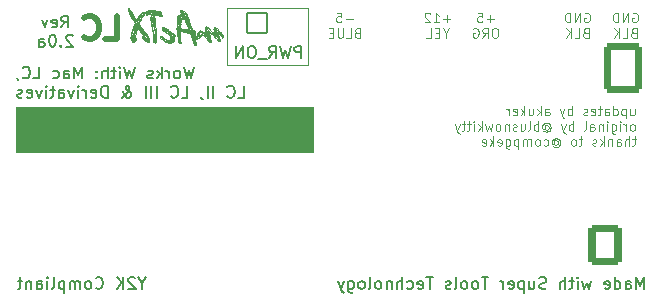
<source format=gbo>
G04 #@! TF.GenerationSoftware,KiCad,Pcbnew,(6.0.0-0)*
G04 #@! TF.CreationDate,2022-02-20T21:50:20-06:00*
G04 #@! TF.ProjectId,mactxlc,6d616374-786c-4632-9e6b-696361645f70,rev?*
G04 #@! TF.SameCoordinates,Original*
G04 #@! TF.FileFunction,Legend,Bot*
G04 #@! TF.FilePolarity,Positive*
%FSLAX46Y46*%
G04 Gerber Fmt 4.6, Leading zero omitted, Abs format (unit mm)*
G04 Created by KiCad (PCBNEW (6.0.0-0)) date 2022-02-20 21:50:20*
%MOMM*%
%LPD*%
G01*
G04 APERTURE LIST*
G04 Aperture macros list*
%AMRoundRect*
0 Rectangle with rounded corners*
0 $1 Rounding radius*
0 $2 $3 $4 $5 $6 $7 $8 $9 X,Y pos of 4 corners*
0 Add a 4 corners polygon primitive as box body*
4,1,4,$2,$3,$4,$5,$6,$7,$8,$9,$2,$3,0*
0 Add four circle primitives for the rounded corners*
1,1,$1+$1,$2,$3*
1,1,$1+$1,$4,$5*
1,1,$1+$1,$6,$7*
1,1,$1+$1,$8,$9*
0 Add four rect primitives between the rounded corners*
20,1,$1+$1,$2,$3,$4,$5,0*
20,1,$1+$1,$4,$5,$6,$7,0*
20,1,$1+$1,$6,$7,$8,$9,0*
20,1,$1+$1,$8,$9,$2,$3,0*%
G04 Aperture macros list end*
%ADD10C,0.052500*%
%ADD11C,0.120000*%
%ADD12C,0.100000*%
%ADD13C,0.150000*%
%ADD14C,0.500000*%
%ADD15RoundRect,0.302100X1.098900X1.398900X-1.098900X1.398900X-1.098900X-1.398900X1.098900X-1.398900X0*%
%ADD16O,2.802000X3.402000*%
%ADD17RoundRect,0.301000X1.330000X1.800000X-1.330000X1.800000X-1.330000X-1.800000X1.330000X-1.800000X0*%
%ADD18O,3.262000X4.202000*%
%ADD19RoundRect,0.051000X0.850000X-0.850000X0.850000X0.850000X-0.850000X0.850000X-0.850000X-0.850000X0*%
%ADD20O,1.802000X1.802000*%
G04 APERTURE END LIST*
D10*
X215173705Y-45221589D02*
X215168210Y-45158379D01*
D11*
X219355167Y-46822734D02*
X219278967Y-46746534D01*
X222580967Y-47432334D02*
X222707967Y-47610134D01*
X215570567Y-47711734D02*
X215418167Y-47508534D01*
D10*
X220361912Y-46119671D02*
X220365027Y-46131344D01*
X215984060Y-45830379D02*
X215986335Y-45826861D01*
D11*
X218796367Y-47762534D02*
X218796367Y-47610134D01*
D10*
X217395592Y-45595774D02*
X217395960Y-45603264D01*
X220383945Y-47157311D02*
X220335890Y-47145446D01*
X216232718Y-46004696D02*
X216222655Y-46025766D01*
X217177017Y-45157521D02*
X217224215Y-45157521D01*
X216333832Y-47468822D02*
X216332030Y-47465215D01*
X217044280Y-45796289D02*
X217044280Y-45788029D01*
X220848307Y-47319855D02*
X220864162Y-47330204D01*
X219741747Y-45935291D02*
X219737267Y-45941364D01*
X219657818Y-46065929D02*
X219640440Y-46096029D01*
X219840570Y-46761778D02*
X219884722Y-46753898D01*
D11*
X222580967Y-46721134D02*
X222733367Y-46848134D01*
X218770967Y-47889534D02*
X218974167Y-47762534D01*
D10*
X215196210Y-45276189D02*
X215194215Y-45270886D01*
X220842515Y-47107847D02*
X220842322Y-47110030D01*
X217484650Y-45542696D02*
X217479627Y-45543274D01*
X222183494Y-47811190D02*
X222182168Y-47814228D01*
X219371938Y-47449834D02*
X219370135Y-47438155D01*
X219618512Y-47844895D02*
X219623903Y-47880117D01*
D11*
X220625167Y-47533934D02*
X220650567Y-47254534D01*
D10*
X219302060Y-46423398D02*
X219300153Y-46404790D01*
X217182827Y-46594772D02*
X217181287Y-46587746D01*
X216456210Y-47328780D02*
X216453077Y-47321946D01*
X216989032Y-45495026D02*
X216872062Y-45525896D01*
X217093665Y-45636024D02*
X217096517Y-45630809D01*
X219637290Y-46101629D02*
X219626195Y-46122139D01*
X215995943Y-46648226D02*
X215989852Y-46641579D01*
X218729722Y-47944585D02*
X218691660Y-47944585D01*
X216917457Y-47864642D02*
X216912995Y-47870055D01*
X220787635Y-46910176D02*
X220825610Y-46972648D01*
X216436575Y-45631491D02*
X216407402Y-45687579D01*
X219612247Y-46676992D02*
X219612247Y-46683353D01*
X220846697Y-47318623D02*
X220848307Y-47319855D01*
X219577772Y-45245704D02*
X219566870Y-45207256D01*
X222148272Y-47587692D02*
X222151405Y-47598136D01*
X216806752Y-47891606D02*
X216758697Y-47859611D01*
D11*
X220675967Y-47025934D02*
X220701367Y-47102134D01*
X216535767Y-45349534D02*
X216484967Y-45425734D01*
D10*
X219324757Y-46632085D02*
X219322570Y-46612811D01*
X215253942Y-45032869D02*
X215259070Y-45039694D01*
D11*
X217475567Y-47051334D02*
X217272367Y-46162334D01*
D10*
X217168687Y-46526034D02*
X217167725Y-46520715D01*
X219319245Y-46653353D02*
X219319997Y-46652023D01*
X216405145Y-45692059D02*
X216402660Y-45695191D01*
X218968702Y-47151330D02*
X219018560Y-47184371D01*
X220800182Y-47465026D02*
X220802160Y-47470722D01*
X217493767Y-46466695D02*
X217497652Y-46504195D01*
X223192462Y-47422679D02*
X223189329Y-47429613D01*
X220835777Y-47144211D02*
X220837107Y-47148008D01*
X220435307Y-47171460D02*
X220409390Y-47157311D01*
X217425780Y-45909461D02*
X217427967Y-45920959D01*
X220750815Y-47258239D02*
X220741312Y-47273429D01*
D11*
X221996767Y-47076734D02*
X222047567Y-47533934D01*
D10*
X215642162Y-45643444D02*
X215645768Y-45650076D01*
D11*
X218161367Y-46670334D02*
X218085167Y-46670334D01*
D10*
X216134350Y-46376781D02*
X216165500Y-46429476D01*
X220133380Y-46794914D02*
X220146872Y-46794914D01*
X219611495Y-47959396D02*
X219609465Y-47963004D01*
D11*
X216764367Y-45273334D02*
X216865967Y-45247934D01*
D10*
X219443810Y-47863217D02*
X219440310Y-47852205D01*
X220965750Y-47601176D02*
X220902802Y-47578197D01*
X215219572Y-45347991D02*
X215198310Y-45281509D01*
X219023197Y-47187884D02*
X219030897Y-47194152D01*
X218719380Y-47343782D02*
X218716247Y-47337801D01*
X216695190Y-45532441D02*
X216693580Y-45530936D01*
X215379750Y-47404072D02*
X215388465Y-47365048D01*
X215500972Y-47779384D02*
X215497192Y-47774541D01*
X219650100Y-46718675D02*
X219658080Y-46720194D01*
D11*
X220574367Y-46848134D02*
X220726767Y-46949734D01*
D10*
X220748890Y-46884920D02*
X220781265Y-46903813D01*
X217121770Y-45596719D02*
X217123957Y-45595196D01*
X222152071Y-47098733D02*
X222148650Y-47095601D01*
X223167112Y-47488096D02*
X223165783Y-47492842D01*
X222238278Y-47177821D02*
X222207043Y-47152091D01*
D11*
X215697567Y-47483134D02*
X215519767Y-47406934D01*
D10*
X218027150Y-45682259D02*
X218010262Y-45692619D01*
X219096890Y-47400748D02*
X219093757Y-47408153D01*
X221759287Y-47145446D02*
X221757959Y-47142310D01*
D11*
X217856567Y-45527334D02*
X217297767Y-45400334D01*
D10*
X217550537Y-45202899D02*
X217561265Y-45201569D01*
X216484595Y-47399894D02*
X216483090Y-47394767D01*
X220579997Y-46753422D02*
X220599755Y-46801464D01*
X222965167Y-47263648D02*
X222905828Y-47196523D01*
X221769259Y-47199183D02*
X221769259Y-47193580D01*
X219338600Y-46198946D02*
X219341750Y-46181289D01*
X217930690Y-47336947D02*
X217938950Y-47318813D01*
X215380695Y-47481546D02*
X215380590Y-47475185D01*
D11*
X217373967Y-47508534D02*
X217348567Y-47254534D01*
D10*
X220656700Y-47752229D02*
X220628315Y-47680358D01*
X220493687Y-47316153D02*
X220489995Y-47307323D01*
D11*
X215773767Y-47610134D02*
X215748367Y-47660934D01*
D10*
X223195595Y-47415748D02*
X223192462Y-47422679D01*
X220092937Y-46789690D02*
X220133380Y-46794914D01*
X218010262Y-45692619D02*
X218004085Y-45692619D01*
X222419242Y-46861944D02*
X222412025Y-46786178D01*
X215823970Y-47163959D02*
X215799575Y-47288810D01*
X219618407Y-47690515D02*
X219618407Y-47707796D01*
X215203525Y-44992024D02*
X215212257Y-44992024D01*
X218174412Y-46601989D02*
X218255122Y-46632939D01*
X219317635Y-46831372D02*
X219285347Y-46809248D01*
X219646967Y-46718009D02*
X219650100Y-46718675D01*
X215168210Y-45158379D02*
X215167720Y-45151151D01*
X217998380Y-45533211D02*
X218001897Y-45540806D01*
X219339842Y-45809974D02*
X219341452Y-45794784D01*
X218028655Y-45680176D02*
X218027150Y-45682259D01*
X222044404Y-47825430D02*
X221983641Y-47770838D01*
X216472257Y-47412330D02*
X216473395Y-47411478D01*
X217496707Y-47898823D02*
X217455477Y-47908317D01*
X218098637Y-47468442D02*
X218101017Y-47469583D01*
X215649390Y-45656639D02*
X215678527Y-45721389D01*
X216291692Y-47079744D02*
X216230915Y-46975591D01*
X218237342Y-47768940D02*
X218221505Y-47753179D01*
X219645375Y-45468181D02*
X219646898Y-45466081D01*
X217308040Y-47504238D02*
X217308040Y-47476322D01*
X217550537Y-45202899D02*
X217550537Y-45202899D01*
D11*
X215926167Y-46111534D02*
X215697567Y-47127534D01*
D10*
X220541935Y-47426764D02*
X220493687Y-47316153D01*
X220781265Y-46903813D02*
X220782507Y-46905141D01*
X217471157Y-46170001D02*
X217470877Y-46172171D01*
X220603342Y-46805453D02*
X220606965Y-46809345D01*
X215493395Y-47769603D02*
X215457135Y-47713491D01*
X217308040Y-47463033D02*
X217301687Y-47423248D01*
X215686402Y-46142649D02*
X215674450Y-46126234D01*
D11*
X216637367Y-47178334D02*
X216383367Y-46848134D01*
D10*
X216166445Y-45536624D02*
X216332397Y-45351089D01*
X216510442Y-45284449D02*
X216518685Y-45284449D01*
X220913250Y-48087665D02*
X220910310Y-48091273D01*
X220146872Y-46794914D02*
X220160522Y-46794914D01*
D11*
X217424767Y-46213134D02*
X217348567Y-45857534D01*
X222352367Y-47178334D02*
X222225367Y-47076734D01*
D10*
X222971812Y-47272858D02*
X222965167Y-47263648D01*
X219621715Y-46704432D02*
X219623342Y-46706140D01*
D11*
X217450167Y-47686334D02*
X217450167Y-47838734D01*
D10*
X217056372Y-45723856D02*
X217057580Y-45720444D01*
X222091401Y-47394291D02*
X222091780Y-47397423D01*
X221822994Y-47584845D02*
X221797549Y-47552659D01*
X222061019Y-47072053D02*
X222059122Y-47073952D01*
X222189859Y-47752798D02*
X222189859Y-47771598D01*
X221696531Y-46918814D02*
X221682287Y-46769564D01*
X216359575Y-45746921D02*
X216356810Y-45751961D01*
X220547902Y-47440053D02*
X220541935Y-47426764D01*
X215228392Y-45002191D02*
X215248902Y-45026009D01*
X215418845Y-47632695D02*
X215393592Y-47571078D01*
X215198310Y-45281509D02*
X215196210Y-45276189D01*
X215421032Y-47271150D02*
X215425127Y-47261751D01*
D11*
X218796367Y-47203734D02*
X218745567Y-47229134D01*
D10*
X217923952Y-45282086D02*
X217929080Y-45286829D01*
D11*
X220193367Y-46416334D02*
X220218767Y-46340134D01*
D10*
X215560227Y-45953054D02*
X215551215Y-45937864D01*
X217235975Y-46905808D02*
X217233997Y-46892230D01*
D11*
X221361767Y-47152934D02*
X221056967Y-47406934D01*
D10*
X216691952Y-45529309D02*
X216684077Y-45508134D01*
X219623903Y-47880117D02*
X219623903Y-47893884D01*
X218650832Y-47669723D02*
X218656345Y-47667445D01*
X216438185Y-45308091D02*
X216447197Y-45304119D01*
X217483512Y-46383144D02*
X217492140Y-46455015D01*
D11*
X215722967Y-47305334D02*
X215570567Y-47279934D01*
X219634567Y-46009934D02*
X219812367Y-45603534D01*
D10*
X216333937Y-47383658D02*
X216336020Y-47380907D01*
X220489995Y-47307323D02*
X220486390Y-47298398D01*
X217323142Y-47831033D02*
X217308040Y-47809860D01*
X219464407Y-47909741D02*
X219443810Y-47863217D01*
X217502307Y-46636357D02*
X217503252Y-46649648D01*
X221428782Y-47272290D02*
X221379607Y-47304190D01*
X216427720Y-47399894D02*
X216430957Y-47401791D01*
X215556815Y-45491526D02*
X215560437Y-45498456D01*
X216994825Y-45182004D02*
X216998062Y-45181059D01*
X222414780Y-47359541D02*
X222301700Y-47230801D01*
X221601017Y-47334383D02*
X221527244Y-47279885D01*
X218064950Y-46843715D02*
X218059717Y-46836592D01*
X215395325Y-45246946D02*
X215442697Y-45320551D01*
X221484240Y-47261751D02*
X221469802Y-47261751D01*
X215555660Y-47831982D02*
X215548380Y-47826665D01*
X220486390Y-47298398D02*
X220463395Y-47228898D01*
X220027627Y-45422209D02*
X220122460Y-45441196D01*
X217071912Y-46005746D02*
X217069077Y-45993496D01*
X216840650Y-47324034D02*
X216886972Y-47405496D01*
X217010872Y-45492839D02*
X217000705Y-45490949D01*
X215453600Y-47707226D02*
X215450765Y-47702195D01*
X222144191Y-47574401D02*
X222148272Y-47587692D01*
X215827505Y-47690515D02*
X215826350Y-47694883D01*
X216005322Y-45792019D02*
X216006845Y-45788606D01*
X220986732Y-47601176D02*
X220965750Y-47601176D01*
X220516945Y-46613002D02*
X220520847Y-46619646D01*
D11*
X220294967Y-46340134D02*
X219837767Y-45501934D01*
D10*
X215830532Y-45953421D02*
X215833472Y-45957219D01*
X217549767Y-47362579D02*
X217550712Y-47381285D01*
X216643722Y-47067307D02*
X216755757Y-47202411D01*
X220846977Y-47179246D02*
X220847642Y-47181522D01*
X220830650Y-46987554D02*
X220843267Y-47060471D01*
X215849712Y-47052400D02*
X215828450Y-47142503D01*
X216498647Y-47654817D02*
X216428682Y-47594717D01*
D11*
X217297767Y-45476534D02*
X217221567Y-45425734D01*
X215824567Y-46060734D02*
X215799167Y-46136934D01*
D10*
X221682287Y-46769564D02*
X221682287Y-46713926D01*
X217069077Y-45993496D02*
X217067537Y-45987126D01*
X215595455Y-45570434D02*
X215600198Y-45577066D01*
X222946748Y-47697732D02*
X222950925Y-47727545D01*
X217423592Y-45897894D02*
X217425780Y-45909461D01*
D11*
X216510367Y-47406934D02*
X216738967Y-47559334D01*
D10*
X222075355Y-47297640D02*
X222077159Y-47309603D01*
X215460722Y-45778631D02*
X215449715Y-45758979D01*
X216851272Y-45192259D02*
X216882212Y-45180394D01*
X221577851Y-47051357D02*
X221585162Y-47057339D01*
X220039685Y-46178349D02*
X220035397Y-46170474D01*
X217232842Y-46882738D02*
X217220225Y-46791115D01*
X219836125Y-46762441D02*
X219840570Y-46761778D01*
D11*
X220345767Y-46848134D02*
X220396567Y-46924334D01*
D10*
X217434600Y-46050266D02*
X217433270Y-46054449D01*
D11*
X215570567Y-47279934D02*
X215646767Y-46822734D01*
X216256367Y-45806734D02*
X216408767Y-45527334D01*
D10*
X222467092Y-47116867D02*
X222468043Y-47115728D01*
X219966080Y-47011100D02*
X219912337Y-46985748D01*
X219608625Y-47216939D02*
X219608905Y-47223109D01*
X220196415Y-45526456D02*
X220137562Y-45619504D01*
X218395525Y-47068352D02*
X218353577Y-47033128D01*
X217442772Y-46093281D02*
X217444382Y-46098129D01*
X218014060Y-47387361D02*
X218019537Y-47392772D01*
X220112590Y-46301584D02*
X220104697Y-46288966D01*
X223184012Y-47239726D02*
X223212495Y-47279885D01*
X217154040Y-45569279D02*
X217156227Y-45566811D01*
X219003755Y-47804258D02*
X218945340Y-47852301D01*
D11*
X216840567Y-47864134D02*
X216891367Y-47686334D01*
X215468967Y-47254534D02*
X215545167Y-47051334D01*
D10*
X220843267Y-47087245D02*
X220843267Y-47092372D01*
X219409912Y-47570792D02*
X219402020Y-47540885D01*
X219317442Y-46030054D02*
X219315255Y-46016474D01*
X215604187Y-46650789D02*
X215624785Y-46597621D01*
X220828077Y-46980148D02*
X220830650Y-46987554D01*
X222301700Y-47230801D02*
X222290593Y-47218171D01*
X215989852Y-46641579D02*
X215986440Y-46647561D01*
D11*
X223165167Y-47381534D02*
X222987367Y-47178334D01*
X217373967Y-47635534D02*
X217373967Y-47508534D01*
X216408767Y-47508534D02*
X216840567Y-47864134D01*
D10*
X216584205Y-45392511D02*
X216582472Y-45396309D01*
X216135592Y-46222309D02*
X216117375Y-46273864D01*
D11*
X219050367Y-47330734D02*
X218821767Y-47127534D01*
X219532967Y-47889534D02*
X219456767Y-47660934D01*
D10*
X220848307Y-47184182D02*
X220851440Y-47203457D01*
X215803390Y-47740933D02*
X215773272Y-47774065D01*
X222869368Y-46901725D02*
X222881142Y-46912453D01*
X221229318Y-46911028D02*
X221230928Y-46909698D01*
X219566870Y-45181636D02*
X219585840Y-45143084D01*
X215852653Y-47041671D02*
X215849712Y-47052400D01*
X217044280Y-45788029D02*
X217046765Y-45763354D01*
X217177017Y-45538339D02*
X217177017Y-45533876D01*
D11*
X217272367Y-45603534D02*
X217196167Y-45959134D01*
D10*
X223215058Y-47283586D02*
X223217622Y-47287196D01*
X215389515Y-47557405D02*
X215380887Y-47487811D01*
X216882212Y-45180394D02*
X216884977Y-45180114D01*
X219643082Y-45385861D02*
X219617725Y-45328969D01*
X219599245Y-47357170D02*
X219597600Y-47362579D01*
X223130653Y-47438534D02*
X223129704Y-47435972D01*
X215879252Y-45980389D02*
X215975625Y-45844536D01*
X215390565Y-45239561D02*
X215395325Y-45246946D01*
X219735570Y-46738517D02*
X219743077Y-46740605D01*
D11*
X221818967Y-47254534D02*
X221818967Y-47127534D01*
D10*
X222146088Y-46825390D02*
X222243880Y-46930872D01*
D11*
X218897967Y-47762534D02*
X218516967Y-47813334D01*
D10*
X217470212Y-46290104D02*
X217471157Y-46295984D01*
X216684077Y-45500644D02*
X216684077Y-45489636D01*
X222290593Y-47218171D02*
X222280528Y-47210480D01*
D11*
X219685367Y-45349534D02*
X219609167Y-45197134D01*
D10*
X215741195Y-46293709D02*
X215748895Y-46275666D01*
D11*
X215418167Y-47508534D02*
X215468967Y-47254534D01*
D10*
X220460945Y-47218458D02*
X220440330Y-47177251D01*
X215194215Y-45270886D02*
X215175892Y-45229761D01*
X219606910Y-46926126D02*
X219582322Y-47102624D01*
X219395475Y-45608496D02*
X219398625Y-45607254D01*
X217467745Y-46197424D02*
X217467377Y-46200276D01*
X219367090Y-45658144D02*
X219395475Y-45608496D01*
X217555385Y-45570241D02*
X217513402Y-45560826D01*
X217096517Y-45630809D02*
X217121770Y-45596719D01*
X215175892Y-45229761D02*
X215174282Y-45227014D01*
X222111055Y-47468538D02*
X222144191Y-47574401D01*
X221939207Y-46624679D02*
X222017440Y-46691804D01*
X221222107Y-46917295D02*
X221229318Y-46911028D01*
X217420950Y-47898917D02*
X217418850Y-47897019D01*
X220865685Y-47331060D02*
X220867295Y-47331819D01*
X219072845Y-47689283D02*
X219053017Y-47743115D01*
X219618407Y-47716816D02*
X219615275Y-47743971D01*
X220843267Y-47060471D02*
X220843267Y-47087245D01*
X219339842Y-46852354D02*
X219338897Y-46851026D01*
X218931777Y-47862173D02*
X218851155Y-47917431D01*
X216338872Y-45785754D02*
X216315790Y-45830851D01*
X218672287Y-46909226D02*
X218690977Y-46924985D01*
X218483340Y-47138040D02*
X218417277Y-47085726D01*
X222406518Y-47093036D02*
X222443453Y-47121140D01*
X216402660Y-45695191D02*
X216380540Y-45723576D01*
X219337952Y-45822591D02*
X219339842Y-45809974D01*
D11*
X219024967Y-47610134D02*
X218999567Y-47457734D01*
D10*
X216308090Y-47106328D02*
X216298885Y-47092752D01*
X217202952Y-46655821D02*
X217200852Y-46650695D01*
X215767585Y-47780428D02*
X215737502Y-47812042D01*
X218442442Y-47896259D02*
X218421460Y-47888188D01*
X220772725Y-47493033D02*
X220777870Y-47479455D01*
X215808780Y-47734664D02*
X215806522Y-47737513D01*
X219906650Y-46982997D02*
X219893455Y-46982616D01*
X220286820Y-46734151D02*
X220285192Y-46731965D01*
X215179323Y-45003889D02*
X215203525Y-44992024D01*
X222176661Y-47688902D02*
X222178559Y-47696686D01*
X216408837Y-47248458D02*
X216403150Y-47240578D01*
D11*
X221691967Y-47279934D02*
X221818967Y-47254534D01*
D10*
X220918080Y-47896924D02*
X220919987Y-47907557D01*
X215569257Y-45968244D02*
X215560227Y-45953054D01*
X220559767Y-46692658D02*
X220578650Y-46743265D01*
D11*
X219532967Y-47406934D02*
X219583767Y-47711734D01*
D10*
X223180784Y-47235358D02*
X223184012Y-47239726D01*
X216879377Y-47894264D02*
X216843502Y-47902335D01*
X223144800Y-47465404D02*
X223143281Y-47463033D01*
D11*
X219278967Y-46746534D02*
X219329767Y-46721134D01*
D10*
X216514222Y-46908657D02*
X216621602Y-47040436D01*
X216109465Y-46302354D02*
X216109465Y-46311839D01*
X216165500Y-46429476D02*
X216197875Y-46479321D01*
D11*
X220142567Y-45730534D02*
X220345767Y-46187734D01*
D10*
X219912337Y-46985748D02*
X219906650Y-46982997D01*
X219608905Y-47223109D02*
X219609290Y-47229282D01*
X220070817Y-46232844D02*
X220044025Y-46186224D01*
X219050165Y-47747577D02*
X219047977Y-47751660D01*
X220910310Y-48091273D02*
X220875555Y-48109597D01*
X219663400Y-45118881D02*
X219673200Y-45118881D01*
X216457837Y-47418597D02*
X216471207Y-47413091D01*
X215450765Y-47702195D02*
X215423885Y-47645323D01*
D11*
X219380567Y-46949734D02*
X219405967Y-46848134D01*
D10*
X216046535Y-46722660D02*
X216044907Y-46719242D01*
X219362067Y-45675521D02*
X219364517Y-45666894D01*
X218103397Y-47470722D02*
X218123137Y-47480974D01*
X221117562Y-47034265D02*
X221119470Y-47030469D01*
X215828450Y-47142503D02*
X215827120Y-47149811D01*
X215230580Y-45371616D02*
X215221760Y-45355866D01*
X215741580Y-45825059D02*
X215746130Y-45831989D01*
X217279567Y-47222065D02*
X217277572Y-47218363D01*
X215618905Y-47872239D02*
X215555660Y-47831982D01*
D11*
X215722967Y-47381534D02*
X215773767Y-47610134D01*
D10*
X215497577Y-46990592D02*
X215500972Y-46986889D01*
X216030207Y-45739046D02*
X216139285Y-45572429D01*
X220884567Y-47335713D02*
X220896432Y-47335713D01*
X215675395Y-47891037D02*
X215664003Y-47891037D01*
D11*
X216383367Y-47432334D02*
X216408767Y-47508534D01*
D10*
X216901585Y-47435878D02*
X216926942Y-47506041D01*
X220862920Y-48109597D02*
X220845647Y-48109597D01*
D11*
X220599767Y-47152934D02*
X220472767Y-47000534D01*
X217348567Y-47254534D02*
X217323167Y-47102134D01*
D10*
X220296497Y-46771083D02*
X220295832Y-46756558D01*
D11*
X217069167Y-45222534D02*
X217348567Y-45222534D01*
D10*
X218716247Y-47337801D02*
X218714077Y-47334572D01*
X219251835Y-46775354D02*
X219250103Y-46772033D01*
X218592067Y-47223015D02*
X218583527Y-47216367D01*
X220888085Y-47780903D02*
X220918080Y-47896924D01*
X218415387Y-46737472D02*
X218422020Y-46746019D01*
X219850265Y-45237374D02*
X219855200Y-45240681D01*
X215380590Y-47475185D02*
X215379750Y-47433123D01*
X222440793Y-46656297D02*
X222467948Y-46636928D01*
X216532160Y-45284449D02*
X216572410Y-45299446D01*
D11*
X215722967Y-47711734D02*
X215697567Y-47483134D01*
D10*
X217258777Y-47071104D02*
X217256782Y-47057241D01*
D11*
X218516967Y-47813334D02*
X218745567Y-47762534D01*
D10*
X222905828Y-47196523D02*
X222900604Y-47192252D01*
X219866312Y-45871206D02*
X219856705Y-45871206D01*
X217397395Y-45683694D02*
X217397395Y-45714739D01*
X218838537Y-47925311D02*
X218799040Y-47937939D01*
X217175810Y-45540509D02*
X217177017Y-45538339D01*
X220776137Y-47389734D02*
X220798275Y-47459328D01*
D11*
X216027767Y-46517934D02*
X216764367Y-47432334D01*
D10*
X216094205Y-46794153D02*
X216088500Y-46786463D01*
D11*
X223520000Y-49784000D02*
X223520000Y-44958000D01*
D10*
X215339955Y-45157049D02*
X215385822Y-45232054D01*
X220297145Y-45928746D02*
X220324025Y-46001284D01*
X218908415Y-47110126D02*
X218958342Y-47144970D01*
X216685880Y-45331069D02*
X216685880Y-45297451D01*
X219398887Y-47529491D02*
X219375157Y-47458283D01*
X223143281Y-47463033D02*
X223130653Y-47438534D01*
X217839637Y-45238511D02*
X217854162Y-45243254D01*
X215344522Y-45573374D02*
X215334565Y-45555891D01*
X218030282Y-45612014D02*
X218038157Y-45637074D01*
D11*
X218948767Y-47457734D02*
X218897967Y-47762534D01*
D10*
X219097538Y-47258997D02*
X219119762Y-47300013D01*
X216088500Y-46786463D02*
X216082812Y-46778678D01*
X222466142Y-47117910D02*
X222467092Y-47116867D01*
X217200852Y-46650695D02*
X217198875Y-46645377D01*
X222501368Y-46628666D02*
X222512475Y-46628666D01*
X220599160Y-47612661D02*
X220596412Y-47601839D01*
X222180934Y-47817171D02*
X222161943Y-47837015D01*
D11*
X219558367Y-46695734D02*
X219507567Y-46746534D01*
D10*
X219047977Y-47751660D02*
X219013222Y-47795144D01*
X216550010Y-45449089D02*
X216524845Y-45483826D01*
X217325032Y-47832647D02*
X217323142Y-47831033D01*
X222950925Y-47727545D02*
X222950925Y-47737513D01*
X216944022Y-45193991D02*
X216991412Y-45182949D01*
X217561265Y-45201569D02*
X217678515Y-45203564D01*
X218123137Y-47480974D02*
X218124765Y-47481926D01*
D11*
X220447367Y-47102134D02*
X220599767Y-47152934D01*
D10*
X217162020Y-46477991D02*
X217162020Y-46463846D01*
D11*
X218516967Y-47864134D02*
X218770967Y-47889534D01*
X216484967Y-45425734D02*
X216408767Y-45501934D01*
D10*
X216937775Y-47600509D02*
X216938527Y-47662128D01*
D11*
X215824567Y-46822734D02*
X216027767Y-46162334D01*
D10*
X217433270Y-46054449D02*
X217433270Y-46062901D01*
X219615835Y-47638771D02*
X219618407Y-47690515D01*
X220137562Y-45628901D02*
X220140782Y-45634239D01*
X219609290Y-47229282D02*
X219615642Y-47290140D01*
X222846393Y-47166808D02*
X222841360Y-47166808D01*
X217382765Y-47864547D02*
X217330755Y-47836064D01*
X217973127Y-45350056D02*
X217975595Y-45357004D01*
X217106772Y-45508134D02*
X217099265Y-45507084D01*
X217224582Y-46723610D02*
X217222692Y-46716679D01*
X220113902Y-46313554D02*
X220112590Y-46301584D01*
X221375145Y-46913972D02*
X221384350Y-46917484D01*
X217301687Y-47423248D02*
X217300375Y-47416509D01*
X217929080Y-45286829D02*
X217934400Y-45291466D01*
X215500972Y-46986889D02*
X215500972Y-46986889D01*
D11*
X216027767Y-46619534D02*
X216027767Y-46517934D01*
X219405967Y-46263934D02*
X219380567Y-45984534D01*
X218415367Y-47000534D02*
X218212167Y-46873534D01*
D10*
X219597600Y-47362579D02*
X219597600Y-47380809D01*
D11*
X216764367Y-47432334D02*
X216815167Y-47711734D01*
D10*
X219895065Y-45886309D02*
X219866312Y-45871206D01*
X219620210Y-46920522D02*
X219606910Y-46926126D01*
X215510090Y-45399809D02*
X215514850Y-45409206D01*
X217111515Y-46191929D02*
X217110850Y-46188797D01*
D11*
X219405967Y-46848134D02*
X219355167Y-46822734D01*
X220167967Y-46340134D02*
X220193367Y-46416334D01*
D10*
X222436616Y-46661802D02*
X222440793Y-46656297D01*
D11*
X215646767Y-46822734D02*
X215595967Y-47483134D01*
X222479367Y-46771934D02*
X222504767Y-46695734D01*
D10*
X215468335Y-45792491D02*
X215460722Y-45778631D01*
X221665010Y-47123417D02*
X221669472Y-47129684D01*
X220274832Y-46802698D02*
X220288902Y-46797002D01*
D11*
X215595967Y-46797334D02*
X215646767Y-46797334D01*
D10*
X222470797Y-47089047D02*
X222447155Y-47006827D01*
X219018560Y-47184371D02*
X219023197Y-47187884D01*
X219597040Y-46426816D02*
X219598650Y-46434698D01*
X218740467Y-47597945D02*
X218742637Y-47592820D01*
X217000705Y-45490949D02*
X216989032Y-45495026D01*
X215782687Y-47398848D02*
X215781725Y-47405780D01*
D11*
X220701367Y-47102134D02*
X220574367Y-46975134D01*
D10*
X217218895Y-46782284D02*
X217219280Y-46777253D01*
X220931292Y-48036301D02*
X220916277Y-48083962D01*
X218661560Y-46899732D02*
X218672287Y-46909226D01*
X218115717Y-46588696D02*
X218174412Y-46601989D01*
X221019965Y-47601176D02*
X220986732Y-47601176D01*
D11*
X219456767Y-46289334D02*
X219431367Y-46746534D01*
D10*
X219789120Y-45891139D02*
X219741747Y-45935291D01*
X223163884Y-47490565D02*
X223146414Y-47467684D01*
X217159832Y-46454635D02*
X217137712Y-46373176D01*
X219080458Y-47611711D02*
X219075032Y-47676653D01*
X220985980Y-47260801D02*
X220995657Y-47248268D01*
X222913043Y-47567467D02*
X222934122Y-47641051D01*
X219030897Y-47194152D02*
X219089277Y-47249503D01*
D11*
X217373967Y-47787934D02*
X217373967Y-47635534D01*
D10*
X217613572Y-45584469D02*
X217608830Y-45583139D01*
X221712197Y-46586797D02*
X221740869Y-46562966D01*
X217444382Y-46098129D02*
X217468025Y-46162109D01*
X216578780Y-45305449D02*
X216594565Y-45340186D01*
X217116152Y-46229904D02*
X217111515Y-46191929D01*
X216991412Y-45182949D02*
X216994825Y-45182004D01*
X217302265Y-47269535D02*
X217300077Y-47264789D01*
X219137140Y-47318623D02*
X219137140Y-47318623D01*
X219349327Y-47261086D02*
X219349327Y-47239342D01*
D11*
X220066367Y-46873534D02*
X220345767Y-46848134D01*
D10*
X221910818Y-46604171D02*
X221924963Y-46614426D01*
X216706687Y-45224634D02*
X216709627Y-45221029D01*
D11*
X216078567Y-46111534D02*
X215875367Y-46721134D01*
D10*
X221744003Y-47221590D02*
X221746472Y-47223867D01*
X220568885Y-47504522D02*
X220566697Y-47497210D01*
X219610445Y-45315774D02*
X219603217Y-45302491D01*
X216366767Y-47372360D02*
X216370845Y-47373310D01*
X219319997Y-46833365D02*
X219317635Y-46831372D01*
D11*
X219583767Y-47711734D02*
X219558367Y-47914934D01*
D10*
X216407402Y-45687579D02*
X216405145Y-45692059D01*
X221248305Y-46897735D02*
X221249915Y-46896692D01*
X216430957Y-47401791D02*
X216454705Y-47417554D01*
X215734352Y-47815176D02*
X215732725Y-47818879D01*
X217122225Y-45162929D02*
X217161652Y-45157521D01*
X219013222Y-47795144D02*
X219008497Y-47799701D01*
D11*
X218237567Y-46771934D02*
X218796367Y-47203734D01*
D10*
X220220442Y-47098544D02*
X220092377Y-47050311D01*
X222467948Y-46636928D02*
X222501368Y-46628666D01*
X215799662Y-45907571D02*
X215830532Y-45953421D01*
D11*
X217475567Y-47406934D02*
X217450167Y-47686334D01*
D10*
X219884722Y-46753898D02*
X219889080Y-46752947D01*
X220835777Y-47144211D02*
X220835777Y-47144211D01*
X217987950Y-45416031D02*
X217988895Y-45423364D01*
X222841360Y-47166808D02*
X222825979Y-47173927D01*
D11*
X216891367Y-47686334D02*
X216865967Y-47508534D01*
D10*
X218532725Y-46804691D02*
X218543452Y-46811529D01*
X222421993Y-46882451D02*
X222420569Y-46872198D01*
X219657135Y-46930397D02*
X219653443Y-46929069D01*
X216831532Y-47902335D02*
X216825372Y-47902335D01*
X220885040Y-47569083D02*
X220784135Y-47501863D01*
X217057580Y-45720444D02*
X217060817Y-45711606D01*
X220701815Y-47953795D02*
X220680447Y-47897587D01*
D11*
X222580967Y-46949734D02*
X223063567Y-47203734D01*
D10*
X217095660Y-46115874D02*
X217094137Y-46107806D01*
X223030298Y-47336376D02*
X222976274Y-47277891D01*
X222047822Y-47098163D02*
X222047822Y-47106234D01*
X216152882Y-45554579D02*
X216166445Y-45536624D01*
X218563682Y-47694409D02*
X218568407Y-47696308D01*
X219612143Y-46526128D02*
X219616027Y-46579108D01*
X215737502Y-47812042D02*
X215734352Y-47815176D01*
X220549250Y-47443473D02*
X220547902Y-47440053D01*
X220553975Y-46681266D02*
X220556827Y-46686964D01*
D11*
X215697567Y-47127534D02*
X215849967Y-46365534D01*
X222047567Y-47533934D02*
X222123767Y-47787934D01*
X217246967Y-46594134D02*
X217119967Y-46060734D01*
D10*
X219070955Y-47540790D02*
X219072582Y-47546390D01*
D11*
X215240367Y-45197134D02*
X215341967Y-45476534D01*
X220929967Y-47457734D02*
X221056967Y-47508534D01*
D10*
X216310382Y-45841684D02*
X216305062Y-45852306D01*
X216356810Y-45751961D02*
X216338872Y-45785754D01*
D11*
X219431367Y-46746534D02*
X219482167Y-47203734D01*
X220904567Y-47381534D02*
X220980767Y-47381534D01*
D10*
X215712443Y-47864358D02*
X215710447Y-47868821D01*
D11*
X217932767Y-47483134D02*
X218262967Y-47711734D01*
D10*
X219589637Y-45139654D02*
X219593435Y-45136154D01*
X221740869Y-46562966D02*
X221776569Y-46552807D01*
X220295640Y-46754941D02*
X220295535Y-46753327D01*
X220896432Y-47335713D02*
X220931852Y-47316913D01*
D11*
X215214967Y-45070134D02*
X215240367Y-45197134D01*
X222758767Y-47178334D02*
X222682567Y-47076734D01*
X221818967Y-47356134D02*
X221945967Y-46898934D01*
X219507567Y-46416334D02*
X219507567Y-46848134D01*
D10*
X221119470Y-47030469D02*
X221152597Y-46985370D01*
X215441647Y-47207538D02*
X215452655Y-47132533D01*
X220188907Y-45702874D02*
X220195382Y-45711326D01*
X219610707Y-47796094D02*
X219616325Y-47832836D01*
X216021002Y-45756704D02*
X216021947Y-45754516D01*
D11*
X217272367Y-45324134D02*
X217348567Y-45324134D01*
D10*
X218328325Y-47009107D02*
X218325752Y-47005973D01*
X222526148Y-46634364D02*
X222651093Y-46684872D01*
X219626195Y-46127546D02*
X219625443Y-46178926D01*
D11*
X221844367Y-47483134D02*
X221590367Y-47254534D01*
D10*
X217224215Y-45157521D02*
X217365475Y-45166901D01*
X215819630Y-47545064D02*
X215821887Y-47554652D01*
X215687085Y-45738189D02*
X215741580Y-45825059D01*
X215600198Y-45577066D02*
X215642162Y-45643444D01*
X215177222Y-45006269D02*
X215179323Y-45003889D01*
X222662487Y-46689335D02*
X222673879Y-46701014D01*
X215678527Y-45721389D02*
X215680715Y-45727741D01*
D12*
X205720000Y-53340000D02*
X230844000Y-53340000D01*
X230844000Y-53340000D02*
X230844000Y-57150000D01*
X230844000Y-57150000D02*
X205720000Y-57150000D01*
X205720000Y-57150000D02*
X205720000Y-53340000D01*
G36*
X230844000Y-57150000D02*
G01*
X205720000Y-57150000D01*
X205720000Y-53340000D01*
X230844000Y-53340000D01*
X230844000Y-57150000D01*
G37*
X230844000Y-57150000D02*
X205720000Y-57150000D01*
X205720000Y-53340000D01*
X230844000Y-53340000D01*
X230844000Y-57150000D01*
D10*
X215736347Y-46226859D02*
X215733775Y-46221364D01*
X222823228Y-47176777D02*
X222816011Y-47191683D01*
X219303950Y-46385232D02*
X219338600Y-46198946D01*
X217437750Y-45551254D02*
X217434407Y-45552199D01*
X219120060Y-47303527D02*
X219137140Y-47318623D01*
X215891205Y-46905997D02*
X215855697Y-47030847D01*
X216440162Y-45624719D02*
X216436575Y-45631491D01*
X221699285Y-46936759D02*
X221696531Y-46918814D01*
X220044025Y-46186224D02*
X220039685Y-46178349D01*
D11*
X219863167Y-45705134D02*
X219609167Y-45908334D01*
D10*
X220440330Y-47177251D02*
X220437775Y-47174403D01*
X218406340Y-47077086D02*
X218395525Y-47068352D01*
X216592745Y-47731721D02*
X216569102Y-47712639D01*
X221707829Y-46593633D02*
X221712197Y-46586797D01*
X215748895Y-46269681D02*
X215748895Y-46258954D01*
X222105073Y-46780197D02*
X222123966Y-46801085D01*
X216844640Y-45196336D02*
X216847947Y-45194341D01*
D11*
X222530167Y-47381534D02*
X222453967Y-47254534D01*
D10*
X218744912Y-47587503D02*
X218756025Y-47536613D01*
X215453600Y-47123417D02*
X215454002Y-47115728D01*
X216447197Y-45304119D02*
X216485347Y-45290259D01*
X220814987Y-47267353D02*
X220811470Y-47267733D01*
X220201455Y-46798236D02*
X220208472Y-46798901D01*
X216487255Y-45538146D02*
X216443872Y-45617894D01*
D11*
X215519767Y-47406934D02*
X215545167Y-47305334D01*
D10*
X218005310Y-47609908D02*
X217993340Y-47599940D01*
X219495155Y-47949902D02*
X219489467Y-47944585D01*
X215327040Y-45136906D02*
X215335510Y-45149524D01*
X218242277Y-46964197D02*
X218235347Y-46960401D01*
D11*
X221310967Y-46949734D02*
X221488767Y-47051334D01*
D10*
X218422020Y-46746019D02*
X218431522Y-46750098D01*
X217703872Y-45206889D02*
X217839637Y-45238511D01*
D11*
X222428567Y-47305334D02*
X222530167Y-47381534D01*
D10*
X219285347Y-46809248D02*
X219281165Y-46806783D01*
X222418197Y-46702248D02*
X222432532Y-46667309D01*
X222748505Y-47727164D02*
X222737303Y-47716529D01*
X219241475Y-46734719D02*
X219241475Y-46721236D01*
D11*
X219863167Y-46898934D02*
X220447367Y-47102134D01*
D10*
X215440317Y-47213423D02*
X215441647Y-47207538D01*
X217465540Y-46246896D02*
X217470212Y-46290104D01*
D11*
X219482167Y-46949734D02*
X219532967Y-46924334D01*
X218974167Y-47203734D02*
X219050367Y-47279934D01*
D10*
X220798275Y-47459328D02*
X220800182Y-47465026D01*
X215796460Y-45902251D02*
X215799662Y-45907571D01*
X215732725Y-47818879D02*
X215714507Y-47859896D01*
D11*
X222428567Y-47178334D02*
X222530167Y-47102134D01*
X216992967Y-45425734D02*
X216738967Y-45476534D01*
D10*
X218038157Y-45647031D02*
X218038157Y-45654749D01*
D11*
X222707967Y-47610134D02*
X222834967Y-47711734D01*
D10*
X220601067Y-47616746D02*
X220599160Y-47612661D01*
X215781725Y-47405780D02*
X215785907Y-47419358D01*
X216693580Y-45530936D02*
X216691952Y-45529309D01*
X220931852Y-47316913D02*
X220976390Y-47273240D01*
X218353577Y-47033128D02*
X218328325Y-47009107D01*
X219653932Y-45437031D02*
X219653932Y-45424204D01*
X221776569Y-46552807D02*
X221788435Y-46552807D01*
X215717937Y-46356376D02*
X215741195Y-46293709D01*
X216044907Y-46719242D02*
X216041775Y-46712883D01*
X215164885Y-45075761D02*
X215164885Y-45050701D01*
D11*
X221818967Y-47127534D02*
X221742767Y-46797334D01*
D10*
X216687402Y-47806348D02*
X216616282Y-47750521D01*
D11*
X216180167Y-46009934D02*
X216078567Y-46111534D01*
D10*
X217294565Y-47764477D02*
X217295895Y-47759351D01*
X216575560Y-45302491D02*
X216578780Y-45305449D01*
X217467185Y-46203129D02*
X217465540Y-46224497D01*
X217120247Y-46295039D02*
X217119967Y-46289334D01*
X218269560Y-47574210D02*
X218379390Y-47640575D01*
X216843502Y-47902335D02*
X216831532Y-47902335D01*
D11*
X230378000Y-44958000D02*
X230378000Y-49784000D01*
D10*
X219241475Y-46711364D02*
X219254775Y-46682023D01*
D11*
X217323167Y-47102134D02*
X217246967Y-46594134D01*
X219558367Y-46492534D02*
X219558367Y-46695734D01*
X219507567Y-47305334D02*
X219558367Y-47254534D01*
D10*
X221769259Y-47193580D02*
X221767834Y-47176777D01*
X217298275Y-47305804D02*
X217302265Y-47279696D01*
X215746130Y-45831989D02*
X215750785Y-45838919D01*
D11*
X220066367Y-46086134D02*
X220040967Y-45959134D01*
D10*
X215439075Y-47219216D02*
X215440317Y-47213423D01*
X217545025Y-47122184D02*
X217545025Y-47155603D01*
X220335890Y-47145446D02*
X220328767Y-47143071D01*
X219440310Y-47852205D02*
X219438385Y-47843945D01*
X218135877Y-47489141D02*
X218247142Y-47560348D01*
X219658080Y-46720194D02*
X219735570Y-46738517D01*
X219398625Y-45607254D02*
X219625530Y-45484211D01*
X217064597Y-45170716D02*
X217108662Y-45165116D01*
X219603217Y-45302491D02*
X219577772Y-45245704D01*
X217516535Y-47866730D02*
X217516535Y-47873758D01*
X217520070Y-46817605D02*
X217522222Y-46835358D01*
X215423885Y-47645323D02*
X215421330Y-47639055D01*
X216685880Y-45342374D02*
X216685880Y-45331069D01*
X216686825Y-45275926D02*
X216706687Y-45224634D01*
D11*
X220777567Y-47025934D02*
X220777567Y-47203734D01*
D10*
X219620122Y-46702722D02*
X219621715Y-46704432D01*
X216389850Y-47375778D02*
X216424587Y-47397996D01*
X220437775Y-47174403D02*
X220435307Y-47171460D01*
X218707410Y-47639910D02*
X218740467Y-47597945D01*
X219786722Y-46973978D02*
X219778655Y-46972648D01*
X219597600Y-47380809D02*
X219600278Y-47435783D01*
D11*
X220752167Y-47711734D02*
X220625167Y-47533934D01*
X223165167Y-47305334D02*
X223165167Y-47381534D01*
X219609167Y-45781334D02*
X219507567Y-46416334D01*
D10*
X215500972Y-46986889D02*
X215500972Y-46953753D01*
X220291072Y-46794820D02*
X220296497Y-46780863D01*
X220665450Y-47821917D02*
X220664592Y-47816410D01*
X217512650Y-47720045D02*
X217511897Y-47722607D01*
X218379390Y-47640575D02*
X218390135Y-47646938D01*
X217292762Y-47344922D02*
X217296752Y-47315014D01*
X219414655Y-47743020D02*
X219394897Y-47657571D01*
D11*
X222682567Y-47330734D02*
X222580967Y-46949734D01*
D10*
X217109905Y-46184614D02*
X217097270Y-46123941D01*
X220578650Y-46743265D02*
X220579630Y-46747727D01*
X220104697Y-46288966D02*
X220070817Y-46232844D01*
X218564907Y-47201842D02*
X218483340Y-47138040D01*
D11*
X216815167Y-45400334D02*
X216840567Y-45324134D01*
D10*
X216230915Y-46975591D02*
X216225962Y-46967711D01*
X217608830Y-45583139D02*
X217563907Y-45572131D01*
D11*
X218974167Y-47762534D02*
X219024967Y-47610134D01*
D10*
X216378562Y-45726131D02*
X216376655Y-45728599D01*
X222243880Y-46930872D02*
X222324581Y-47014992D01*
X217116450Y-46234366D02*
X217116152Y-46229904D01*
X219619457Y-45124009D02*
X219652497Y-45118881D01*
X220285192Y-46731965D02*
X220272277Y-46707946D01*
X217418850Y-47897019D02*
X217416872Y-47895120D01*
X223241642Y-47318623D02*
X223236610Y-47329065D01*
X222197832Y-47143829D02*
X222155867Y-47102814D01*
X215167720Y-45151151D02*
X215167265Y-45143836D01*
X222073647Y-47285583D02*
X222075355Y-47297640D01*
D11*
X219736167Y-45324134D02*
X219736167Y-45578134D01*
X217958167Y-47406934D02*
X217932767Y-47483134D01*
D10*
X220655090Y-46843429D02*
X220661075Y-46846278D01*
X216370845Y-47373310D02*
X216386035Y-47373310D01*
X219616027Y-46579108D02*
X219616027Y-46599329D01*
X219702250Y-46953373D02*
X219657135Y-46930397D01*
X219653932Y-45424204D02*
X219643082Y-45385861D01*
D11*
X216738967Y-45476534D02*
X216764367Y-45273334D01*
D10*
X217993340Y-47599940D02*
X217874847Y-47502717D01*
X217177017Y-45533876D02*
X217162702Y-45520681D01*
D11*
X219812367Y-45603534D02*
X219761567Y-45730534D01*
D10*
X216360887Y-45745889D02*
X216359575Y-45746921D01*
X217099265Y-45507084D02*
X217010872Y-45492839D01*
X215750785Y-45838919D02*
X215792750Y-45897509D01*
X216371335Y-45331821D02*
X216429155Y-45311994D01*
X216471312Y-46853397D02*
X216503775Y-46895742D01*
X219438385Y-47843945D02*
X219418750Y-47760015D01*
X216358227Y-47518572D02*
X216333832Y-47468822D01*
X220018020Y-46773930D02*
X220032265Y-46777442D01*
X219828215Y-46760828D02*
X219836125Y-46762441D01*
D11*
X216408767Y-45501934D02*
X216408767Y-45451134D01*
D10*
X215259070Y-45039694D02*
X215289643Y-45082516D01*
D11*
X220066367Y-45628934D02*
X220142567Y-45730534D01*
D10*
X221703653Y-46600375D02*
X221707829Y-46593633D01*
X220156637Y-46462895D02*
X220129285Y-46382383D01*
X215164885Y-45050701D02*
X215164885Y-45040149D01*
D11*
X217348567Y-45705134D02*
X217424767Y-46213134D01*
D10*
X222079532Y-47062654D02*
X222061019Y-47072053D01*
X216208970Y-46495746D02*
X216225595Y-46520052D01*
D11*
X218872567Y-47635534D02*
X218720167Y-47686334D01*
D10*
X219610707Y-47774827D02*
X219610707Y-47783846D01*
X217309842Y-47588261D02*
X217309650Y-47575540D01*
X217387525Y-47866730D02*
X217382765Y-47864547D01*
X215426457Y-47259567D02*
X215439075Y-47219216D01*
D11*
X219431367Y-45679734D02*
X219583767Y-45578134D01*
D10*
X217882075Y-47444803D02*
X217905822Y-47391540D01*
X219489467Y-47944585D02*
X219464407Y-47909741D01*
X221256652Y-47431415D02*
X221233482Y-47459708D01*
D11*
X222022167Y-47025934D02*
X221996767Y-47076734D01*
X215545167Y-47051334D02*
X215595967Y-46797334D01*
D10*
X217137712Y-46373176D02*
X217135437Y-46366142D01*
X219625530Y-45484211D02*
X219627525Y-45483564D01*
D11*
X217983567Y-45628934D02*
X217805767Y-45552734D01*
D10*
X217157085Y-45518196D02*
X217112845Y-45508711D01*
X218218075Y-47749665D02*
X218175445Y-47711688D01*
X216860285Y-45527996D02*
X216848717Y-45530079D01*
X219613560Y-46256959D02*
X219612247Y-46263889D01*
D11*
X220371167Y-46898934D02*
X220345767Y-46695734D01*
D10*
X217504880Y-47755172D02*
X217515975Y-47856286D01*
X220321750Y-47140697D02*
X220243507Y-47108322D01*
X217938950Y-47318813D02*
X217946825Y-47325742D01*
X215216335Y-44992024D02*
X215228392Y-45002191D01*
X217997820Y-45522116D02*
X217998380Y-45533211D01*
X219927720Y-45921816D02*
X219895065Y-45886309D01*
X220270090Y-46802698D02*
X220274832Y-46802698D01*
X215959648Y-46713546D02*
X215956533Y-46723327D01*
X217127195Y-45593026D02*
X217154040Y-45569279D01*
X219616587Y-47296216D02*
X219615082Y-47301914D01*
X220462450Y-47223867D02*
X220460945Y-47218458D01*
D11*
X220269567Y-46213134D02*
X220040967Y-45628934D01*
D10*
X219394145Y-47643045D02*
X219408390Y-47586079D01*
D11*
X222580967Y-47076734D02*
X222580967Y-47432334D01*
D10*
X215924630Y-46817890D02*
X215921970Y-46825485D01*
X217988895Y-45423364D02*
X217989945Y-45430574D01*
X220208472Y-46798901D02*
X220215595Y-46799471D01*
X220704457Y-47960631D02*
X220701815Y-47953795D01*
X216139285Y-45572429D02*
X216152882Y-45554579D01*
X221262550Y-46892041D02*
X221267187Y-46892041D01*
X217503252Y-47745392D02*
X217504880Y-47755172D01*
X219315255Y-45998431D02*
X219320767Y-45944321D01*
X222916461Y-47779478D02*
X222856455Y-47790585D01*
X216330315Y-47461514D02*
X216318537Y-47433883D01*
D11*
X220396567Y-46619534D02*
X220269567Y-46213134D01*
D10*
X217440777Y-47908317D02*
X217435842Y-47908317D01*
X219734135Y-45946404D02*
X219701760Y-45996244D01*
D11*
X218643967Y-47076734D02*
X218770967Y-47279934D01*
D10*
X216424587Y-47397996D02*
X216427720Y-47399894D01*
X217043912Y-45171679D02*
X217049897Y-45170716D01*
X220579630Y-46747727D02*
X220579997Y-46753422D01*
X219743077Y-46740605D02*
X219750760Y-46742598D01*
X220295535Y-46753327D02*
X220286820Y-46734151D01*
X219069450Y-47535094D02*
X219070955Y-47540790D01*
X215543708Y-47822866D02*
X215500972Y-47779384D01*
X218742637Y-47592820D02*
X218744912Y-47587503D01*
X222182168Y-47814228D02*
X222180934Y-47817171D01*
X219322377Y-46835264D02*
X219319997Y-46833365D01*
D11*
X216764367Y-47305334D02*
X216637367Y-47178334D01*
D10*
X220501755Y-46574454D02*
X220515720Y-46611008D01*
X220782507Y-46905141D02*
X220787635Y-46910176D01*
D11*
X222860367Y-47610134D02*
X222682567Y-47330734D01*
D10*
X219978435Y-47014803D02*
X219971102Y-47013284D01*
X219241475Y-46721236D02*
X219241475Y-46711364D01*
X221527244Y-47279885D02*
X221484240Y-47261751D01*
X218004085Y-45692619D02*
X217971885Y-45683694D01*
X216684077Y-45489636D02*
X216687315Y-45456684D01*
D11*
X220777567Y-47965734D02*
X220675967Y-47711734D01*
D10*
X217397395Y-45653961D02*
X217397395Y-45673439D01*
X217390727Y-47869864D02*
X217387525Y-47866730D01*
X217563907Y-45572131D02*
X217559655Y-45571186D01*
X219646898Y-45466081D02*
X219653932Y-45444819D01*
X215986440Y-46647561D02*
X215961275Y-46707470D01*
D11*
X220726767Y-46949734D02*
X220777567Y-47025934D01*
D10*
X223031723Y-47062276D02*
X223166922Y-47217982D01*
X217276067Y-47205354D02*
X217258777Y-47071104D01*
X216912995Y-47870055D02*
X216908620Y-47875371D01*
X218255122Y-46632939D02*
X218273252Y-46641770D01*
X218038157Y-45654749D02*
X218030282Y-45678094D01*
X217397395Y-45714739D02*
X217397395Y-45728511D01*
X215897575Y-46887102D02*
X215895282Y-46891852D01*
X219354087Y-47317767D02*
X219349327Y-47261086D01*
X216429155Y-45311994D02*
X216438185Y-45308091D01*
X218059717Y-46836592D02*
X218033625Y-46770419D01*
X219782942Y-45187429D02*
X219845435Y-45234031D01*
D11*
X219583767Y-45679734D02*
X219482167Y-45806734D01*
D10*
X221788435Y-46552807D02*
X221803436Y-46552807D01*
D11*
X219659967Y-45197134D02*
X219863167Y-45324134D01*
X220828367Y-48067334D02*
X220802967Y-47991134D01*
D10*
X219624585Y-46185086D02*
X219623815Y-46191264D01*
X220365027Y-46131344D02*
X220376437Y-46169896D01*
X217448845Y-46009264D02*
X217434600Y-46050266D01*
X219855200Y-45240681D02*
X219890812Y-45260439D01*
D11*
X219532967Y-46924334D02*
X219532967Y-47178334D01*
D10*
X215826350Y-47694883D02*
X215825317Y-47699157D01*
D11*
X220040967Y-45628934D02*
X219736167Y-45324134D01*
D10*
X222803763Y-47774636D02*
X222759804Y-47737702D01*
X220919987Y-47907557D02*
X220921895Y-47918096D01*
X217861495Y-45245704D02*
X217923952Y-45282086D01*
X217482462Y-46374699D02*
X217483512Y-46383144D01*
X215425127Y-47261751D02*
X215426457Y-47259567D01*
X220825610Y-46972648D02*
X220828077Y-46980148D01*
X218421460Y-47888188D02*
X218324247Y-47836348D01*
X216520400Y-45490774D02*
X216495147Y-45525511D01*
X216753762Y-45540334D02*
X216718150Y-45540334D01*
X219254775Y-46682023D02*
X219257435Y-46679463D01*
X216685880Y-45297451D02*
X216685880Y-45282559D01*
X221384350Y-46917484D02*
X221474265Y-46970464D01*
X217166762Y-46515304D02*
X217162020Y-46477991D01*
X220163847Y-46480840D02*
X220156637Y-46462895D01*
D11*
X221945967Y-46898934D02*
X221895167Y-47229134D01*
D10*
X219890812Y-45260439D02*
X219893000Y-45261086D01*
X219698452Y-46001179D02*
X219695215Y-46006026D01*
D11*
X215849967Y-46365534D02*
X215722967Y-47305334D01*
D10*
X215500972Y-46953753D02*
X215532035Y-46854538D01*
X217183772Y-46598855D02*
X217182827Y-46594772D01*
X218702965Y-47643139D02*
X218707410Y-47639910D01*
X216225595Y-46520052D02*
X216332502Y-46668639D01*
X220463395Y-47228898D02*
X220462450Y-47223867D01*
X216222655Y-46025766D02*
X216179535Y-46119286D01*
X223018524Y-47048603D02*
X223031723Y-47062276D01*
X222083522Y-47843659D02*
X222073741Y-47843659D01*
X216847947Y-45194341D02*
X216851272Y-45192259D01*
D11*
X218770967Y-47279934D02*
X218415367Y-47000534D01*
D10*
X216939665Y-47769603D02*
X216939665Y-47784320D01*
D11*
X217881967Y-45298734D02*
X217932767Y-45374934D01*
D10*
X217540282Y-47022017D02*
X217541140Y-47035404D01*
X220879912Y-47335713D02*
X220884567Y-47335713D01*
X215806522Y-47737513D02*
X215803390Y-47740933D01*
X220777870Y-47479455D02*
X220839470Y-47334098D01*
X216146022Y-46196391D02*
X216140825Y-46209394D01*
X215748895Y-46275666D02*
X215748895Y-46269681D01*
X222790660Y-46822541D02*
X222863387Y-46896027D01*
X220625760Y-47674282D02*
X220623205Y-47668110D01*
X220995657Y-47248268D02*
X221047790Y-47166714D01*
X216689695Y-45403991D02*
X216689100Y-45398584D01*
X217308040Y-47809860D02*
X217306902Y-47807202D01*
D11*
X216865967Y-45247934D02*
X217069167Y-45222534D01*
D10*
X223189329Y-47429613D02*
X223167112Y-47488096D01*
X223120494Y-47427142D02*
X223042925Y-47349669D01*
X216688540Y-45445956D02*
X216690062Y-45406564D01*
X220916277Y-48083962D02*
X220913250Y-48087665D01*
X222412025Y-46743644D02*
X222418197Y-46702248D01*
X216938895Y-47683680D02*
X216939665Y-47745392D01*
D11*
X217348567Y-45222534D02*
X217678767Y-45273334D01*
D10*
X217499455Y-47897019D02*
X217496707Y-47898823D01*
X221691118Y-47425339D02*
X221601017Y-47334383D01*
X217049897Y-45170716D02*
X217064597Y-45170716D01*
X222090450Y-47390115D02*
X222091401Y-47394291D01*
X217053222Y-45905664D02*
X217051892Y-45895794D01*
X215836518Y-45961016D02*
X215865760Y-45991116D01*
X218493507Y-47674471D02*
X218501312Y-47676179D01*
X217162020Y-46463846D02*
X217159832Y-46454635D01*
X220770835Y-47373595D02*
X220773582Y-47381476D01*
X215629633Y-47877651D02*
X215624225Y-47874991D01*
X222872217Y-47443853D02*
X222883419Y-47476894D01*
X219673200Y-45118881D02*
X219702337Y-45131499D01*
X218258342Y-47567278D02*
X218269560Y-47574210D01*
X219616325Y-47832836D02*
X219617375Y-47838913D01*
X217047150Y-45760221D02*
X217047622Y-45756984D01*
D11*
X217196167Y-45959134D02*
X217246967Y-46187734D01*
D10*
X217492140Y-46455015D02*
X217492892Y-46460902D01*
X223165783Y-47492842D02*
X223163884Y-47490565D01*
X220669720Y-46849791D02*
X220738565Y-46879794D01*
X219500878Y-47955029D02*
X219495155Y-47949902D01*
X216483650Y-47401128D02*
X216484595Y-47399894D01*
X222950925Y-47737513D02*
X222950925Y-47746911D01*
D11*
X215494367Y-47508534D02*
X215570567Y-47432334D01*
D10*
X219649837Y-46927645D02*
X219628575Y-46920522D01*
X221272420Y-47412235D02*
X221256652Y-47431415D01*
X218154847Y-47701244D02*
X218017385Y-47619784D01*
X220239710Y-45789359D02*
X220284825Y-45895986D01*
D11*
X221996767Y-46975134D02*
X221895167Y-47356134D01*
X217932767Y-45451134D02*
X217983567Y-45628934D01*
D10*
X219598650Y-46434698D02*
X219610515Y-46511222D01*
D11*
X217678767Y-45273334D02*
X217881967Y-45298734D01*
D10*
X220842235Y-47112215D02*
X220836722Y-47140697D01*
X216894287Y-47420686D02*
X216901585Y-47435878D01*
X217296752Y-47315014D02*
X217297505Y-47310457D01*
D11*
X218745567Y-47229134D02*
X218796367Y-47457734D01*
D10*
X219610147Y-47159117D02*
X219608625Y-47216939D01*
D11*
X221056967Y-47508534D02*
X220955367Y-47533934D01*
D10*
X220296497Y-46775923D02*
X220296497Y-46771083D01*
D11*
X219837767Y-45501934D02*
X219609167Y-45781334D01*
D10*
X219073895Y-47683015D02*
X219072845Y-47689283D01*
D11*
X216383367Y-45400334D02*
X216535767Y-45349534D01*
X220066367Y-45501934D02*
X220117167Y-45552734D01*
X221488767Y-47051334D02*
X221590367Y-47127534D01*
D10*
X219610707Y-47153801D02*
X219610147Y-47159117D01*
X217863087Y-47493222D02*
X217863087Y-47489521D01*
X216428682Y-47594717D02*
X216383007Y-47551423D01*
D11*
X215672167Y-47813334D02*
X215570567Y-47787934D01*
D10*
X220129285Y-46382383D02*
X220113902Y-46313554D01*
X217181287Y-46587746D02*
X217168687Y-46526034D01*
X219623903Y-47893884D02*
X219623903Y-47909267D01*
X222816011Y-47224819D02*
X222832911Y-47307797D01*
D11*
X218085167Y-47533934D02*
X217958167Y-47406934D01*
D10*
X219574447Y-47981233D02*
X219556125Y-47981233D01*
D11*
X217145367Y-45679734D02*
X217246967Y-45552734D01*
D10*
X220140782Y-45634239D02*
X220188907Y-45702874D01*
X220745390Y-48050732D02*
X220741312Y-48042472D01*
D11*
X217246967Y-46009934D02*
X217424767Y-47076734D01*
D10*
X222448105Y-47123417D02*
X222452662Y-47123417D01*
X217051892Y-45895794D02*
X217050650Y-45885819D01*
X220092377Y-47050311D02*
X220081265Y-47046417D01*
X215379750Y-47417078D02*
X215379750Y-47404072D01*
X220160522Y-46794914D02*
X220201455Y-46798236D01*
D11*
X216459567Y-47102134D02*
X216510367Y-47406934D01*
D10*
X219394897Y-47657571D02*
X219392902Y-47649121D01*
X220022955Y-45421561D02*
X220027627Y-45422209D01*
X219644027Y-45470176D02*
X219645375Y-45468181D01*
D11*
X220701367Y-47203734D02*
X220650567Y-47279934D01*
D10*
X217467377Y-46200276D02*
X217467185Y-46203129D01*
X216937775Y-47561486D02*
X216937775Y-47580003D01*
X219941020Y-45942029D02*
X219934282Y-45931966D01*
D11*
X215595967Y-47483134D02*
X215646767Y-47762534D01*
X215951567Y-46238534D02*
X215799167Y-47076734D01*
D10*
X215469945Y-47038064D02*
X215497577Y-46990592D01*
D11*
X216078567Y-46441734D02*
X216078567Y-46517934D01*
D10*
X220628315Y-47680358D02*
X220625760Y-47674282D01*
X220921895Y-47918096D02*
X220931292Y-47992152D01*
D11*
X221818967Y-46619534D02*
X221971367Y-46721134D01*
D10*
X215289643Y-45082516D02*
X215327040Y-45136906D01*
X217198875Y-46645377D02*
X217183772Y-46598855D01*
D11*
X221996767Y-47000534D02*
X221945967Y-47152934D01*
D10*
X216197875Y-46479321D02*
X216208970Y-46495746D01*
D11*
X220447367Y-46568734D02*
X220396567Y-46568734D01*
D10*
X221797549Y-47552659D02*
X221771915Y-47520091D01*
X216756037Y-45199119D02*
X216760780Y-45201271D01*
D11*
X222453967Y-47279934D02*
X222352367Y-47178334D01*
D10*
X218318822Y-47002840D02*
X218249330Y-46967996D01*
X222976274Y-47277891D02*
X222971812Y-47272858D01*
D11*
X221895167Y-47356134D02*
X221945967Y-47254534D01*
X219558367Y-47914934D02*
X219532967Y-47889534D01*
D10*
X219707570Y-46956602D02*
X219702250Y-46953373D01*
X216173270Y-46891376D02*
X216129327Y-46838872D01*
X221459547Y-47261751D02*
X221428782Y-47272290D01*
D11*
X216815167Y-47711734D02*
X216383367Y-47432334D01*
D10*
X217300375Y-47416509D02*
X217299132Y-47409672D01*
D11*
X215367367Y-45349534D02*
X215214967Y-45070134D01*
D10*
X217434407Y-45552199D02*
X217431082Y-45553144D01*
D11*
X221514167Y-47127534D02*
X221463367Y-47203734D01*
X219329767Y-46721134D02*
X219380567Y-46695734D01*
D10*
X219856705Y-45871206D02*
X219842390Y-45871206D01*
X219701760Y-45996244D02*
X219698452Y-46001179D01*
X220842322Y-47110030D02*
X220842235Y-47112215D01*
X218038157Y-45637074D02*
X218038157Y-45647031D01*
X221657793Y-47117341D02*
X221665010Y-47123417D01*
X217310140Y-47707320D02*
X217311645Y-47702004D01*
X220816405Y-47510220D02*
X220817350Y-47512402D01*
D11*
X219583767Y-45578134D02*
X219685367Y-45552734D01*
D10*
X215855697Y-47030847D02*
X215852653Y-47041671D01*
X220836722Y-47140697D02*
X220835777Y-47144211D01*
X216380540Y-45723576D02*
X216378562Y-45726131D01*
X219400410Y-47535189D02*
X219398887Y-47529491D01*
X219119762Y-47300013D02*
X219120060Y-47303527D01*
X221746472Y-47223867D02*
X221750268Y-47221970D01*
X218463512Y-47904328D02*
X218442442Y-47896259D01*
X219250103Y-46772033D02*
X219241475Y-46734719D01*
X222669700Y-47646272D02*
X222586532Y-47553039D01*
X222782115Y-46813522D02*
X222790660Y-46822541D01*
X218668875Y-47287480D02*
X218663187Y-47282259D01*
X216179535Y-46119286D02*
X216146022Y-46196391D01*
X215212257Y-44992024D02*
X215216335Y-44992024D01*
X220838332Y-47605351D02*
X220841465Y-47615701D01*
D11*
X217856567Y-45349534D02*
X217856567Y-45527334D01*
D10*
X222073741Y-47843659D02*
X222044404Y-47825430D01*
X215796075Y-47310266D02*
X215782687Y-47398848D01*
D11*
X218389967Y-46771934D02*
X218161367Y-46670334D01*
D10*
X217408210Y-45561019D02*
X217406880Y-45561684D01*
X216933015Y-47828753D02*
X216917457Y-47864642D01*
X219300153Y-46404790D02*
X219303950Y-46385232D01*
D11*
X222860367Y-47000534D02*
X223038167Y-47178334D01*
D10*
X215221760Y-45355866D02*
X215219572Y-45347991D01*
X222443453Y-47121140D02*
X222448105Y-47123417D01*
X219625530Y-46123469D02*
X219626195Y-46127546D01*
X222891110Y-47499396D02*
X222913043Y-47567467D01*
X216453077Y-47321946D02*
X216408837Y-47248458D01*
X217162702Y-45520681D02*
X217159832Y-45519439D01*
X222151405Y-47598136D02*
X222176661Y-47688902D01*
X216884977Y-45180114D02*
X216937950Y-45195304D01*
D11*
X221590367Y-47254534D02*
X221361767Y-47152934D01*
D10*
X219616027Y-46616323D02*
X219612895Y-46667498D01*
X222093110Y-47062654D02*
X222085704Y-47062654D01*
X216221132Y-46959734D02*
X216185625Y-46905903D01*
X218019537Y-47392772D02*
X218025067Y-47398090D01*
X217311645Y-47702004D02*
X217311645Y-47702004D01*
X217522222Y-46835358D02*
X217524515Y-46853019D01*
X220032265Y-46777442D02*
X220092937Y-46789690D01*
X219364517Y-45666894D02*
X219367090Y-45658144D01*
X221379607Y-47304190D02*
X221322172Y-47357170D01*
X219617375Y-47838913D02*
X219618512Y-47844895D01*
X219706975Y-45134071D02*
X219711752Y-45136521D01*
D11*
X218212167Y-46873534D02*
X218059767Y-46746534D01*
D10*
X222824554Y-47175352D02*
X222823228Y-47176777D01*
X216886972Y-47405496D02*
X216894287Y-47420686D01*
X218945340Y-47852301D02*
X218938322Y-47857427D01*
X220811470Y-47267733D02*
X220750815Y-47258239D01*
X221246782Y-46898686D02*
X221248305Y-46897735D01*
X219556125Y-47981233D02*
X219500878Y-47955029D01*
X219614032Y-47751566D02*
X219610707Y-47774827D01*
D11*
X220574367Y-47305334D02*
X220777567Y-47965734D01*
D10*
X218756025Y-47494552D02*
X218747397Y-47424673D01*
X217256782Y-47057241D02*
X217254875Y-47043285D01*
X220680447Y-47897587D02*
X220678837Y-47893221D01*
X222926334Y-47775110D02*
X222921398Y-47777294D01*
X217497652Y-46518722D02*
X217497652Y-46548059D01*
X217233997Y-46892230D02*
X217232842Y-46882738D01*
X221767455Y-47174594D02*
X221767168Y-47172314D01*
D11*
X215748367Y-47660934D02*
X215672167Y-47813334D01*
X222098367Y-47025934D02*
X222022167Y-47025934D01*
D10*
X222059122Y-47073952D02*
X222057316Y-47075852D01*
X217299132Y-47409672D02*
X217292762Y-47370272D01*
X217479627Y-45543274D02*
X217437750Y-45551254D01*
X216522587Y-45487344D02*
X216520400Y-45490774D01*
D11*
X222530167Y-47102134D02*
X222504767Y-46975134D01*
D10*
X218756025Y-47536613D02*
X218756025Y-47517909D01*
X217133267Y-46359036D02*
X217120632Y-46299781D01*
D11*
X219761567Y-45730534D02*
X219863167Y-45705134D01*
X221056967Y-47406934D02*
X221310967Y-47051334D01*
D10*
X222832911Y-47307797D02*
X222872217Y-47443853D01*
X216318537Y-47433883D02*
X216317890Y-47431984D01*
X222673879Y-46701014D02*
X222773666Y-46804408D01*
X220839470Y-47334098D02*
X220846697Y-47318623D01*
X220931292Y-48020445D02*
X220931292Y-48036301D01*
X219737267Y-45941364D02*
X219734135Y-45946404D01*
D11*
X216383367Y-46848134D02*
X216078567Y-46441734D01*
X215392767Y-45349534D02*
X215824567Y-46060734D01*
D10*
X217448565Y-46000706D02*
X217450455Y-46005169D01*
X218165872Y-46925651D02*
X218158837Y-46922517D01*
X216492277Y-45529029D02*
X216487255Y-45538146D01*
X219623903Y-47909267D02*
X219613560Y-47955693D01*
X220738565Y-46879794D02*
X220743692Y-46882355D01*
X220677315Y-47885910D02*
X220665450Y-47821917D01*
D11*
X222987367Y-47178334D02*
X222758767Y-46975134D01*
D10*
X221803436Y-46552807D02*
X221848156Y-46568189D01*
X220875555Y-48109597D02*
X220862920Y-48109597D01*
X218068537Y-47445561D02*
X218071687Y-47449645D01*
X221682287Y-46713926D02*
X221682287Y-46696457D01*
D11*
X218796367Y-47610134D02*
X218974167Y-47203734D01*
D10*
X219409912Y-47580760D02*
X219409912Y-47570792D01*
X222017440Y-46691804D02*
X222105073Y-46780197D01*
D11*
X220396567Y-46924334D02*
X220117167Y-46898934D01*
D10*
X222112385Y-47069871D02*
X222093110Y-47062654D01*
X217120632Y-46299781D02*
X217120247Y-46295039D01*
X222324581Y-47014992D02*
X222338160Y-47028571D01*
X215956533Y-46723327D02*
X215927378Y-46810295D01*
X217548262Y-47407204D02*
X217527647Y-47659944D01*
D11*
X219431367Y-47457734D02*
X219380567Y-46949734D01*
D10*
X222338160Y-47028571D02*
X222351830Y-47042147D01*
D11*
X218821767Y-47127534D02*
X218389967Y-46771934D01*
D10*
X218249330Y-46967996D02*
X218242277Y-46964197D01*
X219300450Y-46662658D02*
X219305752Y-46662373D01*
X223217622Y-47287196D02*
X223239744Y-47316439D01*
D11*
X220980767Y-47381534D02*
X221133167Y-47152934D01*
D10*
X223129704Y-47435972D02*
X223120494Y-47427142D01*
X220741312Y-48042472D02*
X220707222Y-47967372D01*
X220976390Y-47273240D02*
X220985980Y-47260801D01*
X218050810Y-46606357D02*
X218053452Y-46603886D01*
X215551215Y-45937864D02*
X215468335Y-45792491D01*
X223239744Y-47316439D02*
X223241642Y-47318623D01*
X218170335Y-47707607D02*
X218154847Y-47701244D01*
X218017385Y-47619784D02*
X218005310Y-47609908D01*
D11*
X215849967Y-46314734D02*
X215392767Y-45349534D01*
D10*
X217497652Y-46504195D02*
X217497652Y-46518722D01*
X223212495Y-47279885D02*
X223215058Y-47283586D01*
X222148650Y-47095601D02*
X222117794Y-47072623D01*
X216685880Y-45282559D02*
X216686825Y-45275926D01*
X215821887Y-47554652D02*
X215832912Y-47611142D01*
X215174282Y-45227014D02*
X215173705Y-45221589D01*
X217159832Y-45519439D02*
X217157085Y-45518196D01*
D11*
X217119967Y-45832134D02*
X217145367Y-45679734D01*
D10*
X215680715Y-45727741D02*
X215687085Y-45738189D01*
D11*
X217450167Y-47838734D02*
X217373967Y-47787934D01*
D10*
X217110850Y-46188797D02*
X217109905Y-46184614D01*
X217527647Y-47659944D02*
X217526037Y-47684628D01*
X215731325Y-46215764D02*
X215691827Y-46150156D01*
X220122460Y-45441196D02*
X220196415Y-45526456D01*
D11*
X221895167Y-47229134D02*
X221818967Y-46695734D01*
D10*
X222083522Y-47843659D02*
X222083522Y-47843659D01*
D11*
X215545167Y-47305334D02*
X215722967Y-47381534D01*
X221133167Y-47508534D02*
X220929967Y-47457734D01*
D10*
X222895478Y-47187980D02*
X222859969Y-47166808D01*
D11*
X223063567Y-47203734D02*
X223165167Y-47305334D01*
D10*
X216021947Y-45754516D02*
X216030207Y-45739046D01*
X220784222Y-48092982D02*
X220747945Y-48055764D01*
X223005422Y-47034836D02*
X223018524Y-47048603D01*
X220823527Y-47550758D02*
X220835200Y-47594907D01*
X218674580Y-47292607D02*
X218668875Y-47287480D01*
X221848156Y-46568189D02*
X221910818Y-46604171D01*
X222900604Y-47192252D02*
X222895478Y-47187980D01*
X218158837Y-46922517D02*
X218148390Y-46916441D01*
X219392902Y-47649121D02*
X219394145Y-47643045D01*
D11*
X218745567Y-47762534D02*
X218491567Y-47737134D01*
D10*
X220606965Y-46809345D02*
X220655090Y-46843429D01*
X219902660Y-46752947D02*
X219943207Y-46758171D01*
X220784135Y-47501863D02*
X220772725Y-47493033D01*
X218745595Y-47417459D02*
X218743880Y-47410148D01*
X219355032Y-47326597D02*
X219354087Y-47317767D01*
X218747397Y-47424673D02*
X218745595Y-47417459D01*
X219971592Y-45360889D02*
X219975495Y-45369149D01*
D11*
X219558367Y-46746534D02*
X220345767Y-47025934D01*
D10*
X217874847Y-47502717D02*
X217863087Y-47493222D01*
X223146414Y-47467684D02*
X223144800Y-47465404D01*
X217406880Y-45561684D02*
X217395592Y-45595774D01*
X218124765Y-47481926D02*
X218135877Y-47489141D01*
X218903655Y-47106423D02*
X218908415Y-47110126D01*
X221047790Y-47166714D02*
X221105312Y-47059521D01*
D11*
X216027767Y-46314734D02*
X216180167Y-46009934D01*
D10*
X216008455Y-45785089D02*
X216021002Y-45756704D01*
X218033625Y-46746019D02*
X218033625Y-46641770D01*
X219600278Y-47435783D02*
X219606350Y-47518667D01*
X220409390Y-47157311D02*
X220399887Y-47157311D01*
X217067537Y-45987126D02*
X217053222Y-45905664D01*
D11*
X219558367Y-47254534D02*
X219532967Y-47406934D01*
D10*
X216556275Y-45440444D02*
X216552775Y-45445571D01*
X216825372Y-47902335D02*
X216806752Y-47891606D01*
X215827120Y-47149811D02*
X215823970Y-47163959D01*
X215532035Y-46854538D02*
X215604187Y-46650789D01*
X216361377Y-47524934D02*
X216358227Y-47518572D01*
X216483090Y-47394767D02*
X216459342Y-47335522D01*
D11*
X216180167Y-45730534D02*
X215926167Y-46111534D01*
D10*
X219061470Y-47493414D02*
X219061470Y-47503760D01*
X219341750Y-46181289D02*
X219339562Y-46167341D01*
D11*
X219507567Y-46746534D02*
X219939367Y-46822734D01*
D10*
X220802160Y-47470722D02*
X220816405Y-47510220D01*
X221757959Y-47142310D02*
X221751029Y-47125888D01*
X222085704Y-47062654D02*
X222079532Y-47062654D01*
X218576685Y-47694029D02*
X218645337Y-47671907D01*
X217545025Y-47207347D02*
X217549767Y-47362579D01*
X220471375Y-46482075D02*
X220477745Y-46501917D01*
X217167725Y-46520715D02*
X217166762Y-46515304D01*
X215770437Y-47777294D02*
X215767585Y-47780428D01*
X217537622Y-45199119D02*
X217550537Y-45202899D01*
X215624225Y-47874991D02*
X215618905Y-47872239D01*
X219893455Y-46982616D02*
X219786722Y-46973978D01*
X215733775Y-46221364D02*
X215731325Y-46215764D01*
X219137140Y-47318623D02*
X219133062Y-47326219D01*
D11*
X217348567Y-45324134D02*
X217856567Y-45349534D01*
D10*
X216140825Y-46209394D02*
X216135592Y-46222309D01*
X215548380Y-47826665D02*
X215543708Y-47822866D01*
X215833472Y-45957219D02*
X215836518Y-45961016D01*
D11*
X220345767Y-46695734D02*
X220167967Y-46340134D01*
D10*
X215335510Y-45149524D02*
X215339955Y-45157049D01*
D11*
X219532967Y-47178334D02*
X219507567Y-47305334D01*
D10*
X220678837Y-47893221D02*
X220677315Y-47885910D01*
X217545025Y-47155603D02*
X217545025Y-47207347D01*
D11*
X221336367Y-47254534D02*
X221183967Y-47406934D01*
D10*
X215514850Y-45409206D02*
X215556815Y-45491526D01*
X219619825Y-46341554D02*
X219597040Y-46426816D01*
X223036563Y-47343023D02*
X223030298Y-47336376D01*
X216318537Y-47426573D02*
X216331942Y-47386316D01*
X215773272Y-47774065D02*
X215770437Y-47777294D01*
X220788877Y-48095356D02*
X220784222Y-48092982D01*
X219402020Y-47540885D02*
X219400410Y-47535189D01*
X220171162Y-46498690D02*
X220163847Y-46480840D01*
X217395960Y-45603264D02*
X217397395Y-45653961D01*
X215564025Y-45505386D02*
X215593267Y-45565306D01*
X216718150Y-45540334D02*
X216712462Y-45540334D01*
X219842390Y-45871206D02*
X219799270Y-45885539D01*
X215792750Y-45897509D02*
X215796460Y-45902251D01*
X216594565Y-45340186D02*
X216594565Y-45352821D01*
X219321817Y-45935956D02*
X219322938Y-45927609D01*
X219695215Y-46006026D02*
X219662752Y-46057389D01*
X218034272Y-46637971D02*
X218050810Y-46606357D01*
X219322570Y-46612811D02*
X219302060Y-46423398D01*
X217135437Y-46366142D02*
X217133267Y-46359036D01*
X220840415Y-47253110D02*
X220814987Y-47267353D01*
D11*
X219609167Y-45908334D02*
X219558367Y-46238534D01*
D10*
X220835200Y-47594907D02*
X220838332Y-47605351D01*
X215393592Y-47571078D02*
X215391037Y-47565096D01*
D11*
X220828367Y-47813334D02*
X220879167Y-48016534D01*
X217246967Y-45552734D02*
X217170767Y-45476534D01*
X219939367Y-46822734D02*
X220066367Y-46873534D01*
D10*
X219612247Y-46683353D02*
X219620122Y-46702722D01*
X215679087Y-46457673D02*
X215717937Y-46356376D01*
X215961275Y-46707470D02*
X215959648Y-46713546D01*
X216394977Y-47229565D02*
X216308090Y-47106328D01*
X217161652Y-45157521D02*
X217177017Y-45157521D01*
D11*
X222123767Y-47787934D02*
X221971367Y-47660934D01*
X217246967Y-45349534D02*
X216815167Y-45400334D01*
X220701367Y-47406934D02*
X220828367Y-47813334D01*
D10*
X219615642Y-47290140D02*
X219616587Y-47296216D01*
X221291985Y-46892041D02*
X221366027Y-46910271D01*
X219711752Y-45136521D02*
X219768697Y-45176019D01*
D11*
X215849967Y-46086134D02*
X215976967Y-45908334D01*
X219456767Y-47660934D02*
X219482167Y-47508534D01*
D10*
X218399620Y-47649786D02*
X218485825Y-47672667D01*
X220747945Y-48055764D02*
X220745390Y-48050732D01*
X219889080Y-46752947D02*
X219902660Y-46752947D01*
X219355977Y-47335428D02*
X219355032Y-47326597D01*
X216317890Y-47431984D02*
X216318537Y-47426573D01*
X219612895Y-46667498D02*
X219612247Y-46676992D01*
X220743850Y-47283491D02*
X220770835Y-47373595D01*
X219972835Y-46008214D02*
X219941020Y-45942029D01*
X218554267Y-46818364D02*
X218661560Y-46899732D01*
X220008342Y-46115874D02*
X220002637Y-46095276D01*
D11*
X219990167Y-45476534D02*
X220066367Y-45501934D01*
D10*
X220599755Y-46801464D02*
X220603342Y-46805453D01*
D11*
X219558367Y-46238534D02*
X219558367Y-46492534D01*
D10*
X218958342Y-47144970D02*
X218963470Y-47148197D01*
D11*
X215875367Y-46721134D02*
X215926167Y-46644934D01*
D10*
X216454705Y-47417554D02*
X216456210Y-47418884D01*
X215334565Y-45555891D02*
X215324590Y-45538339D01*
X216109465Y-46311839D02*
X216109465Y-46318209D01*
X219315255Y-46969895D02*
X219339842Y-46852354D01*
X216938527Y-47662128D02*
X216938720Y-47672952D01*
X219324757Y-46637022D02*
X219324757Y-46632085D01*
X216569102Y-47712639D02*
X216498647Y-47654817D01*
D11*
X217170767Y-45476534D02*
X216992967Y-45425734D01*
D10*
X216117375Y-46273864D02*
X216109465Y-46302354D01*
X222859969Y-47166808D02*
X222846393Y-47166808D01*
X218851155Y-47917431D02*
X218841687Y-47923792D01*
X222816011Y-47191683D02*
X222816011Y-47197190D01*
X222117794Y-47072623D02*
X222115041Y-47071295D01*
X217511127Y-47725076D02*
X217503935Y-47744065D01*
X219615082Y-47301914D02*
X219599245Y-47357170D01*
D11*
X217323167Y-45298734D02*
X217348567Y-45705134D01*
D10*
X218794280Y-47938984D02*
X218789537Y-47939932D01*
X222437850Y-47385842D02*
X222426267Y-47372740D01*
X222586532Y-47553039D02*
X222567542Y-47531010D01*
D11*
X219482167Y-47203734D02*
X219482167Y-46949734D01*
D10*
X219608065Y-47538132D02*
X219609850Y-47557501D01*
X219093757Y-47408153D02*
X219090625Y-47415370D01*
X217295895Y-47759351D02*
X217310140Y-47707320D01*
X222432532Y-46667309D02*
X222436616Y-46661802D01*
X222189859Y-47781471D02*
X222183494Y-47811190D01*
X216518685Y-45284449D02*
X216532160Y-45284449D01*
X222063297Y-47213708D02*
X222073647Y-47285583D01*
X221767168Y-47172314D02*
X221759287Y-47145446D01*
X215832912Y-47611142D02*
X215832912Y-47633266D01*
X219615275Y-47743971D02*
X219614592Y-47747766D01*
D11*
X220421967Y-46975134D02*
X220294967Y-46340134D01*
D10*
X218030282Y-45678094D02*
X218028655Y-45680176D01*
X215560437Y-45498456D02*
X215564025Y-45505386D01*
X222351830Y-47042147D02*
X222406518Y-47093036D01*
X217115400Y-45164066D02*
X217122225Y-45162929D01*
X220837107Y-47148008D02*
X220846977Y-47179246D01*
X215380887Y-47487811D02*
X215380695Y-47481546D01*
D11*
X219812367Y-45781334D02*
X219634567Y-46009934D01*
D10*
X215454002Y-47115728D02*
X215465850Y-47049457D01*
X222834809Y-47790585D02*
X222827118Y-47790585D01*
D11*
X218999567Y-47457734D02*
X219050367Y-47330734D01*
D10*
X217471157Y-46295984D02*
X217472102Y-46301776D01*
D11*
X215494367Y-47686334D02*
X215570567Y-47711734D01*
D10*
X220288902Y-46797002D02*
X220289952Y-46795957D01*
X222441836Y-46987554D02*
X222421993Y-46882451D01*
X222863387Y-46896027D02*
X222869368Y-46901725D01*
X215674450Y-46126234D02*
X215569257Y-45968244D01*
D11*
X217272367Y-46162334D02*
X217323167Y-45578134D01*
D10*
X218690977Y-46924985D02*
X218883827Y-47089334D01*
X218390135Y-47646938D02*
X218399620Y-47649786D01*
X216689100Y-45398584D02*
X216685880Y-45357756D01*
X216006845Y-45788606D02*
X216008455Y-45785089D01*
X217503252Y-46649648D02*
X217504285Y-46662847D01*
D11*
X215976967Y-45908334D02*
X216154767Y-45679734D01*
D10*
X217097270Y-46123941D02*
X217095660Y-46115874D01*
X222883419Y-47476894D02*
X222891110Y-47499396D01*
X221924963Y-46614426D02*
X221939207Y-46624679D01*
X216552775Y-45445571D02*
X216550010Y-45449089D01*
D11*
X222885767Y-47711734D02*
X222885767Y-47686334D01*
D10*
X221769259Y-47205354D02*
X221769259Y-47199183D01*
X220663822Y-47810905D02*
X220659832Y-47774447D01*
D11*
X223520000Y-44958000D02*
X230378000Y-44958000D01*
D10*
X220146872Y-46794914D02*
X220146872Y-46794914D01*
X215868507Y-45993391D02*
X215879252Y-45980389D01*
X220425787Y-46334624D02*
X220465127Y-46462136D01*
X216586007Y-45388696D02*
X216584205Y-45392511D01*
X219278032Y-46804786D02*
X219253637Y-46778678D01*
X218568407Y-47696308D02*
X218576685Y-47694029D01*
X222159381Y-47837963D02*
X222151499Y-47838913D01*
X215392000Y-47351757D02*
X215421032Y-47271150D01*
X222950925Y-47746911D02*
X222926334Y-47775110D01*
X217504285Y-46662847D02*
X217520070Y-46817605D01*
X219593435Y-45136154D02*
X219619457Y-45124009D01*
X216109465Y-46318209D02*
X216115748Y-46337564D01*
X217513402Y-45560826D02*
X217509325Y-45559881D01*
X220867295Y-47331819D02*
X220879912Y-47335713D01*
X216939665Y-47784320D02*
X216933015Y-47828753D01*
D11*
X219685367Y-45552734D02*
X219685367Y-45349534D01*
D10*
X220879545Y-47751566D02*
X220883902Y-47768371D01*
X218799040Y-47937939D02*
X218794280Y-47938984D01*
X222468043Y-47115728D02*
X222472694Y-47101866D01*
X217431082Y-45553144D02*
X217408210Y-45561019D01*
X220851440Y-47220166D02*
X220843565Y-47248078D01*
X219768697Y-45176019D02*
X219775347Y-45181444D01*
X217123957Y-45595196D02*
X217127195Y-45593026D01*
X216503775Y-46895742D02*
X216514222Y-46908657D01*
X216443872Y-45617894D02*
X216440162Y-45624719D01*
D11*
X218720167Y-47686334D02*
X218796367Y-47762534D01*
D10*
X216908620Y-47875371D02*
X216879377Y-47894264D01*
X219075032Y-47676653D02*
X219073895Y-47683015D01*
X217222692Y-46716679D02*
X217202952Y-46655821D01*
X217397395Y-45673439D02*
X217397395Y-45683694D01*
X216376655Y-45728599D02*
X216360887Y-45745889D01*
D11*
X222758767Y-46975134D02*
X222555567Y-46797334D01*
D10*
X221119557Y-47558735D02*
X221019965Y-47601176D01*
D11*
X222682567Y-47076734D02*
X222860367Y-47610134D01*
X221971367Y-46721134D02*
X222174567Y-46975134D01*
X218491567Y-47737134D02*
X218085167Y-47533934D01*
D10*
X215421330Y-47639055D02*
X215418845Y-47632695D01*
X219585840Y-45143084D02*
X219589637Y-45139654D01*
X216456210Y-47418884D02*
X216457837Y-47418597D01*
D11*
X221945967Y-47152934D02*
X222022167Y-46975134D01*
D10*
X217277572Y-47218363D02*
X217276067Y-47205354D01*
X216594565Y-45352821D02*
X216594565Y-45361746D01*
X220659832Y-47760489D02*
X220656700Y-47752229D01*
X216115748Y-46337564D02*
X216134350Y-46376781D01*
X220883902Y-47768371D02*
X220888085Y-47780903D01*
X219305752Y-46662373D02*
X219307380Y-46661991D01*
X222155867Y-47102814D02*
X222152071Y-47098733D01*
X219971102Y-47013284D02*
X219966080Y-47011100D01*
X221901419Y-47679882D02*
X221822994Y-47584845D01*
X222412025Y-46757504D02*
X222412025Y-46743644D01*
X216690062Y-45406564D02*
X216689695Y-45403991D01*
X217311645Y-47702004D02*
X217310227Y-47600794D01*
X222816011Y-47197190D02*
X222816011Y-47224819D01*
X217455477Y-47908317D02*
X217440777Y-47908317D01*
X216459342Y-47335522D02*
X216456210Y-47328780D01*
X220465127Y-46462136D02*
X220471375Y-46482075D01*
D11*
X222885767Y-47686334D02*
X222504767Y-47203734D01*
D10*
X218221505Y-47753179D02*
X218218075Y-47749665D01*
X217502307Y-47895120D02*
X217499455Y-47897019D01*
X220215595Y-46799471D02*
X220254707Y-46802698D01*
X219281165Y-46806783D02*
X219278032Y-46804786D01*
X216185625Y-46905903D02*
X216183350Y-46903148D01*
X215167265Y-45143836D02*
X215164885Y-45075761D01*
X217224022Y-46728358D02*
X217224582Y-46723610D01*
X219053017Y-47743115D02*
X219050165Y-47747577D01*
X217492892Y-46460902D02*
X217493767Y-46466695D01*
X217509325Y-45559881D02*
X217484650Y-45542696D01*
X219090625Y-47415370D02*
X219063728Y-47486483D01*
X221688747Y-46644047D02*
X221703653Y-46600375D01*
D11*
X220955367Y-47533934D02*
X220853767Y-47483134D01*
D10*
X215865760Y-45991116D02*
X215868507Y-45993391D01*
X216041775Y-46712883D02*
X215995943Y-46648226D01*
D11*
X217348567Y-45857534D02*
X217373967Y-46086134D01*
D10*
X222161943Y-47837015D02*
X222159381Y-47837963D01*
X219611285Y-46518722D02*
X219612143Y-46526128D01*
X215379750Y-47433123D02*
X215379750Y-47417078D01*
X220931292Y-47992152D02*
X220931292Y-48020445D01*
X222452662Y-47123417D02*
X222466142Y-47117910D01*
X217108662Y-45165116D02*
X217115400Y-45164066D01*
X219370135Y-47438155D02*
X219355977Y-47335428D01*
X220295832Y-46756558D02*
X220295640Y-46754941D01*
X218324247Y-47836348D02*
X218237342Y-47768940D01*
X218070147Y-46850835D02*
X218064950Y-46843715D01*
X216183350Y-46903148D02*
X216173270Y-46891376D01*
D11*
X220853767Y-47432334D02*
X220904567Y-47381534D01*
D10*
X220661075Y-46846278D02*
X220669720Y-46849791D01*
X217158415Y-45564256D02*
X217175810Y-45540509D01*
X220254707Y-46802698D02*
X220270090Y-46802698D01*
X219320767Y-45944321D02*
X219321817Y-45935956D01*
X220843267Y-47092372D02*
X220842515Y-47107847D01*
X221157340Y-46980244D02*
X221162100Y-46975021D01*
X223241642Y-47318623D02*
X223241642Y-47318623D01*
D11*
X220345767Y-47025934D02*
X220472767Y-46924334D01*
X222834967Y-47102134D02*
X222758767Y-47178334D01*
D10*
X217524515Y-47688428D02*
X217512650Y-47720045D01*
X220296497Y-46780863D02*
X220296497Y-46775923D01*
X223166922Y-47217982D02*
X223180784Y-47235358D01*
D11*
X215773767Y-46340134D02*
X215849967Y-46314734D01*
D10*
X220817350Y-47512402D02*
X220817735Y-47517433D01*
D11*
X219990167Y-45857534D02*
X219863167Y-45832134D01*
D10*
X219566870Y-45207256D02*
X219566870Y-45194551D01*
X221162100Y-46975021D02*
X221222107Y-46917295D01*
X219080458Y-47590065D02*
X219080458Y-47611711D01*
X219418750Y-47760015D02*
X219416650Y-47751566D01*
X219617725Y-45328969D02*
X219610445Y-45315774D01*
X217975595Y-45357004D02*
X217976942Y-45360696D01*
X219341452Y-45794784D02*
X219362067Y-45675521D01*
X216082812Y-46778678D02*
X216060587Y-46746397D01*
X219750760Y-46742598D02*
X219828215Y-46760828D01*
X215481040Y-45367434D02*
X215483525Y-45370461D01*
X215624785Y-46597621D02*
X215638470Y-46562586D01*
D11*
X219482167Y-45806734D02*
X219456767Y-46289334D01*
D10*
X219614592Y-47747766D02*
X219614032Y-47751566D01*
D11*
X215926167Y-46644934D02*
X215951567Y-46238534D01*
X216078567Y-46517934D02*
X216027767Y-46314734D01*
D10*
X217396152Y-45170629D02*
X217537622Y-45199119D01*
X221249915Y-46896692D02*
X221262550Y-46892041D01*
X215497192Y-47774541D02*
X215493395Y-47769603D01*
X219408390Y-47586079D02*
X219409912Y-47580760D01*
X217559655Y-45571186D02*
X217555385Y-45570241D01*
D11*
X220879167Y-48016534D02*
X220828367Y-48067334D01*
D10*
X221682287Y-46696457D02*
X221688747Y-46644047D01*
X221767834Y-47176777D02*
X221767455Y-47174594D01*
X220234967Y-47104239D02*
X220220442Y-47098544D01*
X219133062Y-47326219D02*
X219096890Y-47400748D01*
X215714507Y-47859896D02*
X215712443Y-47864358D01*
X216799630Y-45221886D02*
X216804372Y-45219331D01*
X218247142Y-47560348D02*
X218258342Y-47567278D01*
X216524845Y-45483826D02*
X216522587Y-45487344D01*
X220893877Y-47573640D02*
X220885040Y-47569083D01*
X222472694Y-47096929D02*
X222470797Y-47089047D01*
X216060587Y-46746397D02*
X216046535Y-46722660D01*
D11*
X221310967Y-47051334D02*
X221514167Y-47127534D01*
D10*
X218001897Y-45540806D02*
X218027150Y-45602511D01*
X218071687Y-47449645D02*
X218074225Y-47451827D01*
X215248902Y-45026009D02*
X215253942Y-45032869D01*
X216332397Y-45351089D02*
X216351962Y-45331821D01*
X219659603Y-46062796D02*
X219657818Y-46065929D01*
D11*
X222834967Y-47711734D02*
X222885767Y-47711734D01*
X219355167Y-46441734D02*
X219405967Y-46263934D01*
X215773767Y-46213134D02*
X215849967Y-46086134D01*
D10*
X216471207Y-47413091D02*
X216472257Y-47412330D01*
X216712655Y-45217336D02*
X216744452Y-45199119D01*
X220003880Y-46770419D02*
X220018020Y-46773930D01*
X222472694Y-47101866D02*
X222472694Y-47096929D01*
X222207043Y-47152091D02*
X222202391Y-47148008D01*
X218291470Y-46650599D02*
X218364952Y-46694273D01*
X219613560Y-47955693D02*
X219611495Y-47959396D01*
D11*
X217246967Y-46187734D02*
X217246967Y-46009934D01*
D10*
X219902765Y-45270886D02*
X219971592Y-45360889D01*
X217646437Y-45593586D02*
X217613572Y-45584469D01*
X222444306Y-46998378D02*
X222441836Y-46987554D01*
X222651093Y-46684872D02*
X222662487Y-46689335D01*
X220081265Y-47046417D02*
X220070257Y-47042432D01*
X216364597Y-47530915D02*
X216361377Y-47524934D01*
D11*
X219380567Y-45984534D02*
X219431367Y-45679734D01*
D10*
X216797145Y-45220276D02*
X216799630Y-45221886D01*
X220324025Y-46001284D02*
X220327157Y-46009911D01*
D11*
X215799167Y-46136934D02*
X215367367Y-45349534D01*
D10*
X220137562Y-45619504D02*
X220137562Y-45628901D01*
X218699832Y-47645323D02*
X218702965Y-47643139D01*
X216240313Y-45988281D02*
X216232718Y-46004696D01*
D11*
X221590367Y-47127534D02*
X221691967Y-47279934D01*
D10*
X216315790Y-45830851D02*
X216310382Y-45841684D01*
D11*
X215570567Y-47787934D02*
X215494367Y-47508534D01*
D10*
X219653932Y-45444819D02*
X219653932Y-45437031D01*
X217946825Y-47325742D02*
X218014060Y-47387361D01*
D11*
X219609167Y-45197134D02*
X219659967Y-45197134D01*
D10*
X215449715Y-45758979D02*
X215344522Y-45573374D01*
X220659832Y-47774447D02*
X220659832Y-47760489D01*
X222106022Y-47452683D02*
X222108491Y-47460658D01*
X221483102Y-46977395D02*
X221491737Y-46983660D01*
X220817735Y-47517433D02*
X220823527Y-47550758D01*
X221714855Y-47189973D02*
X221744003Y-47221590D01*
X219640440Y-46096029D02*
X219638830Y-46098881D01*
X217399950Y-45747114D02*
X217423592Y-45897894D01*
X220195382Y-45711326D02*
X220201910Y-45719674D01*
X217306902Y-47807202D02*
X217305765Y-47804447D01*
X219260165Y-46676898D02*
X219300450Y-46662658D01*
X215175227Y-45008649D02*
X215177222Y-45006269D01*
X220843565Y-47248078D02*
X220841937Y-47250642D01*
X217863087Y-47489521D02*
X217867935Y-47478697D01*
X219319997Y-46652023D02*
X219320837Y-46650599D01*
X218501312Y-47676179D02*
X218563682Y-47694409D01*
X220294887Y-45922849D02*
X220297145Y-45928746D01*
X218756025Y-47517909D02*
X218756025Y-47494552D01*
X218074225Y-47451827D02*
X218098637Y-47468442D01*
X219638830Y-46098881D02*
X219637290Y-46101629D01*
X220793602Y-48097729D02*
X220788877Y-48095356D01*
X221366027Y-46910271D02*
X221375145Y-46913972D01*
D11*
X221234767Y-46975134D02*
X221310967Y-46949734D01*
D10*
X215710447Y-47868821D02*
X215684705Y-47891037D01*
X216744452Y-45199119D02*
X216756037Y-45199119D01*
X219612247Y-46263889D02*
X219619825Y-46341554D01*
X220215997Y-46597147D02*
X220171162Y-46498690D01*
X218033625Y-46770419D02*
X218033625Y-46746019D01*
X215638470Y-46562586D02*
X215679087Y-46457673D01*
X217047622Y-45756984D02*
X217056372Y-45723856D01*
X217397395Y-45728511D02*
X217399950Y-45747114D01*
X223236610Y-47329065D02*
X223195595Y-47415748D01*
X222825979Y-47173927D02*
X222824554Y-47175352D01*
X219975495Y-45369149D02*
X219979467Y-45377321D01*
X217310227Y-47600794D02*
X217309842Y-47588261D01*
X217905822Y-47391540D02*
X217930690Y-47336947D01*
X219338897Y-46851026D02*
X219322377Y-46835264D01*
X216685880Y-45357756D02*
X216685880Y-45342374D01*
X217300077Y-47264789D02*
X217279567Y-47222065D01*
X219315255Y-46016474D02*
X219315255Y-45998431D01*
D11*
X218085167Y-46670334D02*
X218186767Y-46797334D01*
D10*
X222881142Y-46912453D02*
X223005422Y-47034836D01*
X221669472Y-47129684D02*
X221708210Y-47181713D01*
X218743880Y-47410148D02*
X218719380Y-47343782D01*
X219618407Y-47707796D02*
X219618407Y-47716816D01*
X219322938Y-45927609D02*
X219337952Y-45822591D01*
X216937950Y-45195304D02*
X216944022Y-45193991D01*
X221585162Y-47057339D02*
X221657793Y-47117341D01*
X219063728Y-47486483D02*
X219061470Y-47493414D01*
D11*
X219863167Y-45324134D02*
X219990167Y-45476534D01*
D10*
X221983641Y-47770838D02*
X221901419Y-47679882D01*
X221105312Y-47059521D02*
X221117562Y-47034265D01*
X220902802Y-47578197D02*
X220893877Y-47573640D01*
X218938322Y-47857427D02*
X218931777Y-47862173D01*
X217309650Y-47575540D02*
X217308040Y-47504238D01*
X216332030Y-47465215D02*
X216330315Y-47461514D01*
D11*
X219863167Y-45832134D02*
X219913967Y-45781334D01*
D10*
X220035397Y-46170474D02*
X220019070Y-46139044D01*
D11*
X215646767Y-47762534D02*
X215722967Y-47711734D01*
D10*
X217971885Y-45683694D02*
X217646437Y-45593586D01*
X218364952Y-46694273D02*
X218415387Y-46737472D01*
D11*
X217475567Y-45501934D02*
X217297767Y-45476534D01*
D10*
X215486080Y-45373401D02*
X215508200Y-45397814D01*
X219616027Y-46599329D02*
X219616027Y-46616323D01*
D11*
X221742767Y-46797334D02*
X221742767Y-46619534D01*
D10*
X219778655Y-46972648D02*
X219770587Y-46971223D01*
D11*
X219736167Y-45578134D02*
X219583767Y-45679734D01*
D10*
X215467845Y-47043761D02*
X215469945Y-47038064D01*
D11*
X217297767Y-45400334D02*
X217932767Y-45451134D01*
D10*
X215921970Y-46825485D02*
X215897575Y-46887102D01*
X219566870Y-45194551D02*
X219566870Y-45181636D01*
X218691660Y-47944585D02*
X218577262Y-47932528D01*
X217295510Y-47768845D02*
X217294565Y-47764477D01*
X221750268Y-47221970D02*
X221769259Y-47205354D01*
X219089277Y-47249503D02*
X219093372Y-47254251D01*
D11*
X216738967Y-47559334D02*
X216611967Y-47406934D01*
D10*
X217511897Y-47722607D02*
X217511127Y-47725076D01*
X216485347Y-45290259D02*
X216510442Y-45284449D01*
X218645337Y-47671907D02*
X218650832Y-47669723D01*
D11*
X222022167Y-47610134D02*
X221818967Y-47356134D01*
D10*
X216712462Y-45540334D02*
X216695190Y-45532441D01*
D11*
X219050367Y-47279934D02*
X218999567Y-47254534D01*
D10*
X216616282Y-47750521D02*
X216592745Y-47731721D01*
D11*
X220853767Y-47483134D02*
X220853767Y-47432334D01*
D10*
X216386035Y-47373310D02*
X216389850Y-47375778D01*
X219375157Y-47458283D02*
X219371938Y-47449834D01*
X215391037Y-47565096D02*
X215389515Y-47557405D01*
X219080458Y-47577722D02*
X219080458Y-47590065D01*
X218053452Y-46603886D02*
X218056200Y-46601322D01*
X215164885Y-45040149D02*
X215175227Y-45008649D01*
X219625443Y-46178926D02*
X219624585Y-46185086D01*
X217515975Y-47856286D02*
X217516535Y-47866730D01*
X217976942Y-45360696D02*
X217987950Y-45416031D01*
X219416650Y-47751566D02*
X219414655Y-47743020D01*
X217470877Y-46172171D02*
X217467745Y-46197424D01*
X216760780Y-45201271D02*
X216797145Y-45220276D01*
X222827118Y-47790585D02*
X222803763Y-47774636D01*
X215593267Y-45565306D02*
X215595455Y-45570434D01*
D11*
X216027767Y-46162334D02*
X216256367Y-45806734D01*
D10*
X220399887Y-47157311D02*
X220383945Y-47157311D01*
X217468025Y-46162109D02*
X217471157Y-46170001D01*
X218841687Y-47923792D02*
X218838537Y-47925311D01*
D11*
X215646767Y-46797334D02*
X215773767Y-46340134D01*
D10*
X221702134Y-46954609D02*
X221699285Y-46936759D01*
X215799575Y-47288810D02*
X215797772Y-47299633D01*
X216594565Y-45361746D02*
X216586007Y-45388696D01*
D11*
X221945967Y-47254534D02*
X222022167Y-47610134D01*
D10*
X217497652Y-46548059D02*
X217502307Y-46636357D01*
X221267187Y-46892041D02*
X221291985Y-46892041D01*
X219711350Y-46957836D02*
X219707570Y-46956602D01*
X216998062Y-45181059D02*
X217043912Y-45171679D01*
D11*
X217424767Y-47076734D02*
X217450167Y-47406934D01*
D10*
X217691255Y-45205261D02*
X217703872Y-45206889D01*
D11*
X220396567Y-46568734D02*
X220574367Y-46848134D01*
D10*
X221230928Y-46909698D02*
X221246782Y-46898686D01*
X217539512Y-47008535D02*
X217540282Y-47022017D01*
X217292762Y-47370272D02*
X217292762Y-47354890D01*
X218789537Y-47939932D02*
X218745875Y-47944585D01*
X221474265Y-46970464D02*
X221483102Y-46977395D01*
X215832912Y-47633266D02*
X215832912Y-47647507D01*
X215508200Y-45397814D02*
X215510090Y-45399809D01*
X222108491Y-47460658D02*
X222111055Y-47468538D01*
X222737303Y-47716529D02*
X222669700Y-47646272D01*
X216926942Y-47506041D02*
X216937775Y-47561486D01*
D11*
X220650567Y-47254534D02*
X220675967Y-47025934D01*
D10*
X222856455Y-47790585D02*
X222834809Y-47790585D01*
X219627525Y-45483564D02*
X219644027Y-45470176D01*
X216937775Y-47580003D02*
X216937775Y-47600509D01*
X215797772Y-47299633D02*
X215796075Y-47310266D01*
X217050650Y-45885819D02*
X217044280Y-45821174D01*
D11*
X215799167Y-47076734D02*
X215824567Y-46822734D01*
D10*
X222202391Y-47148008D02*
X222197832Y-47143829D01*
X216804372Y-45219331D02*
X216844640Y-45196336D01*
X222115041Y-47071295D02*
X222112385Y-47069871D01*
D11*
X221971367Y-47660934D02*
X221844367Y-47483134D01*
D10*
X215452655Y-47132533D02*
X215453600Y-47123417D01*
D11*
X230378000Y-49784000D02*
X223520000Y-49784000D01*
D10*
X218096082Y-46588696D02*
X218115717Y-46588696D01*
X215483525Y-45370461D02*
X215486080Y-45373401D01*
X216331942Y-47386316D02*
X216333937Y-47383658D01*
X222567542Y-47531010D02*
X222555579Y-47517720D01*
X217219280Y-46777253D02*
X217224022Y-46728358D01*
X220851440Y-47203457D02*
X220851440Y-47210863D01*
X217550712Y-47381285D02*
X217548262Y-47407204D01*
D11*
X220117167Y-46898934D02*
X219558367Y-46746534D01*
D10*
X220327157Y-46009911D02*
X220330395Y-46018469D01*
X222091780Y-47397423D02*
X222106022Y-47452683D01*
X217854162Y-45243254D02*
X217861495Y-45245704D01*
X219061470Y-47503760D02*
X219069450Y-47535094D01*
X222178559Y-47696686D02*
X222180456Y-47704377D01*
X216621602Y-47040436D02*
X216632627Y-47053919D01*
X216781097Y-47234882D02*
X216840650Y-47324034D01*
X220664592Y-47816410D02*
X220663822Y-47810905D01*
X215645768Y-45650076D02*
X215649390Y-45656639D01*
D11*
X219482167Y-47508534D02*
X219431367Y-47559334D01*
D10*
X216709627Y-45221029D02*
X216712655Y-45217336D01*
D11*
X221742767Y-46619534D02*
X221818967Y-46619534D01*
D10*
X216687875Y-45451364D02*
X216688540Y-45445956D01*
D11*
X220345767Y-46187734D02*
X220447367Y-46568734D01*
D10*
X216225962Y-46967711D02*
X216221132Y-46959734D01*
X220743692Y-46882355D02*
X220748890Y-46884920D01*
X219008497Y-47799701D02*
X219003755Y-47804258D01*
X216872062Y-45525896D02*
X216860285Y-45527996D01*
X215895282Y-46891852D02*
X215891205Y-46905997D01*
X217060817Y-45711606D02*
X217090900Y-45641256D01*
X220201910Y-45719674D02*
X220239710Y-45789359D01*
X221751029Y-47125888D02*
X221702134Y-46954609D01*
X220596412Y-47601839D02*
X220571160Y-47511833D01*
X218583527Y-47216367D02*
X218564907Y-47201842D01*
X217441250Y-46088346D02*
X217442772Y-46093281D01*
D11*
X222174567Y-46975134D02*
X222428567Y-47178334D01*
X220040967Y-45959134D02*
X219990167Y-45857534D01*
D10*
X220289952Y-46795957D02*
X220291072Y-46794820D01*
X217481517Y-46367384D02*
X217482462Y-46374699D01*
X222084565Y-47357739D02*
X222090450Y-47390115D01*
X222447155Y-47006827D02*
X222444306Y-46998378D01*
D11*
X220472767Y-46924334D02*
X220421967Y-46975134D01*
D10*
X217989945Y-45430574D02*
X217997820Y-45522116D01*
X217678515Y-45203564D02*
X217691255Y-45205261D01*
X216755757Y-47202411D02*
X216767150Y-47215989D01*
X219253637Y-46778678D02*
X219251835Y-46775354D01*
X219349327Y-47239342D02*
X219315255Y-46969895D01*
X218431522Y-46750098D02*
X218532725Y-46804691D01*
D11*
X222225367Y-47076734D02*
X221996767Y-46975134D01*
D10*
X217156227Y-45566811D02*
X217158415Y-45564256D01*
X215450958Y-45331926D02*
X215481040Y-45367434D01*
X216298885Y-47092752D02*
X216291692Y-47079744D01*
X219583757Y-47981233D02*
X219574447Y-47981233D01*
X219307380Y-46661991D02*
X219319245Y-46653353D01*
X219845435Y-45234031D02*
X219850265Y-45237374D01*
X218417277Y-47085726D02*
X218406340Y-47077086D01*
X219702337Y-45131499D02*
X219706975Y-45134071D01*
X222189859Y-47771598D02*
X222189859Y-47781471D01*
X219339562Y-46167341D02*
X219317442Y-46030054D01*
X218025067Y-47398090D02*
X218068537Y-47445561D01*
X220330395Y-46018469D02*
X220361912Y-46119671D01*
X216572410Y-45299446D02*
X216575560Y-45302491D01*
X218148390Y-46916441D02*
X218070147Y-46850835D01*
D11*
X218847167Y-47254534D02*
X218872567Y-47635534D01*
X216408767Y-45527334D02*
X216180167Y-45730534D01*
D10*
X218085442Y-46588696D02*
X218096082Y-46588696D01*
X219610707Y-47783846D02*
X219610707Y-47796094D01*
X221233482Y-47459708D02*
X221119557Y-47558735D01*
X220284825Y-45895986D02*
X220294887Y-45922849D01*
X222934122Y-47641051D02*
X222946748Y-47697732D01*
D11*
X221463367Y-47203734D02*
X221336367Y-47254534D01*
D10*
X222050766Y-47126077D02*
X222063297Y-47213708D01*
X216305062Y-45852306D02*
X216274962Y-45914589D01*
X215457135Y-47713491D02*
X215453600Y-47707226D01*
D11*
X216840567Y-45324134D02*
X217323167Y-45298734D01*
X216611967Y-47406934D02*
X216027767Y-46619534D01*
D10*
X221322172Y-47357170D02*
X221272420Y-47412235D01*
X218963470Y-47148197D02*
X218968702Y-47151330D01*
X215817442Y-47535378D02*
X215819630Y-47545064D01*
X222759804Y-47737702D02*
X222748505Y-47727164D01*
X219893000Y-45261086D02*
X219902765Y-45270886D01*
X220773582Y-47381476D02*
X220776137Y-47389734D01*
X216582472Y-45396309D02*
X216556275Y-45440444D01*
X218033625Y-46641770D02*
X218034272Y-46637971D01*
X217090900Y-45641256D02*
X217093665Y-45636024D01*
D11*
X221183967Y-47406934D02*
X221133167Y-47508534D01*
X219507567Y-46848134D02*
X219863167Y-46898934D01*
D10*
X215385822Y-45232054D02*
X215390565Y-45239561D01*
X222077159Y-47309603D02*
X222084565Y-47357739D01*
D11*
X219913967Y-45781334D02*
X219812367Y-45781334D01*
D10*
X219770587Y-46971223D02*
X219711350Y-46957836D01*
X216351962Y-45331821D02*
X216371335Y-45331821D01*
X215390197Y-47358404D02*
X215392000Y-47351757D01*
X220272277Y-46707946D02*
X220215997Y-46597147D01*
X222047822Y-47106234D02*
X222050766Y-47126077D01*
X216848717Y-45530079D02*
X216753762Y-45540334D01*
X218663187Y-47282259D02*
X218592067Y-47223015D01*
X218056200Y-46601322D02*
X218085442Y-46588696D01*
X217119967Y-46289334D02*
X217116835Y-46238741D01*
X215684705Y-47891037D02*
X215675395Y-47891037D01*
X221771915Y-47520091D02*
X221691118Y-47425339D01*
X220851440Y-47210863D02*
X220851440Y-47220166D01*
X218745875Y-47944585D02*
X218729722Y-47944585D01*
X217416872Y-47895120D02*
X217390727Y-47869864D01*
X219775347Y-45181444D02*
X219782942Y-45187429D01*
X217427967Y-45920959D02*
X217448565Y-46000706D01*
D11*
X219431367Y-47559334D02*
X219431367Y-47457734D01*
D10*
X219653443Y-46929069D02*
X219649837Y-46927645D01*
X220847642Y-47181522D02*
X220848307Y-47184182D01*
X215927378Y-46810295D02*
X215924630Y-46817890D01*
X222123966Y-46801085D02*
X222146088Y-46825390D01*
X222555579Y-47517720D02*
X222437850Y-47385842D01*
X222773666Y-46804408D02*
X222782115Y-46813522D01*
X216403150Y-47240578D02*
X216394977Y-47229565D01*
X217220225Y-46791115D02*
X217218895Y-46782284D01*
X218325752Y-47005973D02*
X218318822Y-47002840D01*
X219257435Y-46679463D02*
X219260165Y-46676898D01*
X219093372Y-47254251D02*
X219097538Y-47258997D01*
D11*
X217221567Y-45425734D02*
X217246967Y-45349534D01*
X221818967Y-46695734D02*
X222098367Y-47025934D01*
D10*
X219609850Y-47557501D02*
X219615835Y-47638771D01*
D11*
X218059767Y-46746534D02*
X218237567Y-46771934D01*
D10*
X219623342Y-46706140D02*
X219646967Y-46718009D01*
D11*
X220472767Y-47000534D02*
X220574367Y-47305334D01*
D10*
X217044280Y-45821174D02*
X217044280Y-45796289D01*
D11*
X220650567Y-47279934D02*
X220701367Y-47406934D01*
D10*
X220515720Y-46611008D02*
X220516945Y-46613002D01*
D11*
X220675967Y-47711734D02*
X220752167Y-47711734D01*
D10*
X220566697Y-47497210D02*
X220549250Y-47443473D01*
X219626195Y-46122139D02*
X219625530Y-46123469D01*
X220741312Y-47273429D02*
X220743850Y-47283491D01*
D11*
X217373967Y-46086134D02*
X217500967Y-47381534D01*
X216815167Y-47457734D02*
X216764367Y-47305334D01*
D10*
X219609465Y-47963004D02*
X219583757Y-47981233D01*
X220845647Y-48109597D02*
X220793602Y-48097729D01*
D11*
X222733367Y-46848134D02*
X222860367Y-47000534D01*
D10*
X216939665Y-47745392D02*
X216939665Y-47769603D01*
X220864162Y-47330204D02*
X220865685Y-47331060D01*
X222412025Y-46786178D02*
X222412025Y-46757504D01*
X217435842Y-47908317D02*
X217420950Y-47898917D01*
X216687315Y-45456684D02*
X216687875Y-45451364D01*
X215785907Y-47419358D02*
X215817442Y-47535378D01*
X222512475Y-46628666D02*
X222526148Y-46634364D01*
X219979467Y-45377321D02*
X220000450Y-45407019D01*
X219934282Y-45931966D02*
X219927720Y-45921816D01*
X218235347Y-46960401D02*
X218165872Y-46925651D01*
X217046765Y-45763354D02*
X217047150Y-45760221D01*
X217472102Y-46301776D02*
X217481517Y-46367384D01*
X217365475Y-45166901D02*
X217380770Y-45168809D01*
X216473395Y-47411478D02*
X216483650Y-47401128D01*
X221708210Y-47181713D02*
X221711532Y-47185891D01*
D11*
X222504767Y-46695734D02*
X222580967Y-46721134D01*
D10*
X222420569Y-46872198D02*
X222419242Y-46861944D01*
X223042925Y-47349669D02*
X223036563Y-47343023D01*
X222151499Y-47838913D02*
X222083522Y-47843659D01*
X218101017Y-47469583D02*
X218103397Y-47470722D01*
X220019070Y-46139044D02*
X220009287Y-46118341D01*
X219582322Y-47102624D02*
X219610707Y-47153801D01*
X217308040Y-47476322D02*
X217308040Y-47463033D01*
X218883827Y-47089334D02*
X218903655Y-47106423D01*
X219320837Y-46650599D02*
X219324757Y-46637022D01*
X217302265Y-47279696D02*
X217302265Y-47269535D01*
X216129327Y-46838872D02*
X216094205Y-46794153D01*
X215664003Y-47891037D02*
X215629633Y-47877651D01*
X221491737Y-46983660D02*
X221570636Y-47045280D01*
X219072582Y-47546390D02*
X219080458Y-47577722D01*
X220243507Y-47108322D02*
X220234967Y-47104239D01*
X219610515Y-46511222D02*
X219611285Y-46518722D01*
X217516535Y-47873758D02*
X217502307Y-47895120D01*
X220477745Y-46501917D02*
X220501755Y-46574454D01*
X222921398Y-47777294D02*
X222916461Y-47779478D01*
X219794142Y-45888391D02*
X219789120Y-45891139D01*
X220070257Y-47042432D02*
X219978435Y-47014803D01*
X220556827Y-46686964D02*
X220559767Y-46692658D01*
X221152597Y-46985370D02*
X221157340Y-46980244D01*
X215388465Y-47365048D02*
X215390197Y-47358404D01*
D11*
X220218767Y-46340134D02*
X220066367Y-46086134D01*
D10*
X219628575Y-46920522D02*
X219620210Y-46920522D01*
X217094137Y-46107806D02*
X217071912Y-46005746D01*
X217934400Y-45291466D02*
X217973127Y-45350056D01*
X217465540Y-46232564D02*
X217465540Y-46246896D01*
X215447440Y-45327831D02*
X215450958Y-45331926D01*
X217503935Y-47744065D02*
X217503252Y-47745392D01*
X222180456Y-47704377D02*
X222189859Y-47752798D01*
X217465540Y-46224497D02*
X217465540Y-46232564D01*
X215442697Y-45320551D02*
X215447440Y-45327831D01*
X220520847Y-46619646D02*
X220553975Y-46681266D01*
D11*
X222555567Y-46797334D02*
X222580967Y-47076734D01*
D10*
X217380770Y-45168809D02*
X217396152Y-45170629D01*
X218175445Y-47711688D02*
X218170335Y-47707607D01*
X217292762Y-47354890D02*
X217292762Y-47344922D01*
X216632627Y-47053919D02*
X216643722Y-47067307D01*
X220000450Y-45407019D02*
X220022955Y-45421561D01*
X218027150Y-45602511D02*
X218028655Y-45607254D01*
X218543452Y-46811529D02*
X218554267Y-46818364D01*
X215832912Y-47647507D02*
X215827505Y-47690515D01*
D11*
X218796367Y-47457734D02*
X218847167Y-47254534D01*
D10*
X215748895Y-46258954D02*
X215736347Y-46226859D01*
X217867935Y-47478697D02*
X217882075Y-47444803D01*
D11*
X216154767Y-45679734D02*
X216383367Y-45400334D01*
X217323167Y-45578134D02*
X217272367Y-45603534D01*
X215341967Y-45476534D02*
X215773767Y-46213134D01*
D10*
X218485825Y-47672667D02*
X218493507Y-47674471D01*
X217433270Y-46062901D02*
X217441250Y-46088346D01*
X220841937Y-47250642D02*
X220840415Y-47253110D01*
X217305765Y-47804447D02*
X217295510Y-47768845D01*
X219652497Y-45118881D02*
X219663400Y-45118881D01*
X219799270Y-45885539D02*
X219794142Y-45888391D01*
X218577262Y-47932528D02*
X218463512Y-47904328D01*
D11*
X218999567Y-47254534D02*
X218948767Y-47457734D01*
D10*
X216495147Y-45525511D02*
X216492277Y-45529029D01*
X220623205Y-47668110D02*
X220601067Y-47616746D01*
X220571160Y-47511833D02*
X220568885Y-47504522D01*
X221469802Y-47261751D02*
X221459547Y-47261751D01*
X217254875Y-47043285D02*
X217235975Y-46905808D01*
X219623815Y-46191264D02*
X219613560Y-46256959D01*
X216274962Y-45914589D02*
X216240313Y-45988281D01*
X218714077Y-47334572D02*
X218674580Y-47292607D01*
X216332502Y-46668639D02*
X216471312Y-46853397D01*
X217116835Y-46238741D02*
X217116450Y-46234366D01*
X222057316Y-47075852D02*
X222047822Y-47098163D01*
X217330755Y-47836064D02*
X217325032Y-47832647D01*
X215324590Y-45538339D02*
X215230580Y-45371616D01*
X216758697Y-47859611D02*
X216687402Y-47806348D01*
D11*
X220777567Y-47203734D02*
X220701367Y-47203734D01*
D10*
X215986335Y-45826861D02*
X216005322Y-45792019D01*
X222426267Y-47372740D02*
X222414780Y-47359541D01*
X220328767Y-47143071D02*
X220321750Y-47140697D01*
X216684077Y-45508134D02*
X216684077Y-45500644D01*
X216336020Y-47380907D02*
X216366767Y-47372360D01*
D11*
X217119967Y-46060734D02*
X217119967Y-45832134D01*
D10*
X217450455Y-46005169D02*
X217448845Y-46009264D01*
D11*
X216865967Y-47508534D02*
X216815167Y-47457734D01*
X222504767Y-46975134D02*
X222479367Y-46771934D01*
D10*
X221570636Y-47045280D02*
X221577851Y-47051357D01*
D11*
X217805767Y-45552734D02*
X217475567Y-45501934D01*
D10*
X218273252Y-46641770D02*
X218291470Y-46650599D01*
X220002637Y-46095276D02*
X219972835Y-46008214D01*
X220376437Y-46169896D02*
X220425787Y-46334624D01*
X217541140Y-47035404D02*
X217545025Y-47122184D01*
X220707222Y-47967372D02*
X220704457Y-47960631D01*
X215465850Y-47049457D02*
X215467845Y-47043761D01*
X215825317Y-47699157D02*
X215808780Y-47734664D01*
X215975625Y-45844536D02*
X215984060Y-45830379D01*
D11*
X221133167Y-47152934D02*
X221234767Y-46975134D01*
X220117167Y-45552734D02*
X220066367Y-45628934D01*
D10*
X222280528Y-47210480D02*
X222238278Y-47177821D01*
X221711532Y-47185891D02*
X221714855Y-47189973D01*
D11*
X218262967Y-47711734D02*
X218516967Y-47864134D01*
D10*
X216767150Y-47215989D02*
X216781097Y-47234882D01*
X217524515Y-46853019D02*
X217539512Y-47008535D01*
X217297505Y-47310457D02*
X217298275Y-47305804D01*
D11*
X219380567Y-46695734D02*
X219355167Y-46441734D01*
D10*
X219943207Y-46758171D02*
X220003880Y-46770419D01*
X217526037Y-47684628D02*
X217524515Y-47688428D01*
X218656345Y-47667445D02*
X218699832Y-47645323D01*
X217112845Y-45508711D02*
X217106772Y-45508134D01*
X219606350Y-47518667D02*
X219608065Y-47538132D01*
X220009287Y-46118341D02*
X220008342Y-46115874D01*
X216383007Y-47551423D02*
X216364597Y-47530915D01*
D11*
X217500967Y-47381534D02*
X217475567Y-47051334D01*
D10*
X218028655Y-45607254D02*
X218030282Y-45612014D01*
X219662752Y-46057389D02*
X219659603Y-46062796D01*
D11*
X220574367Y-46975134D02*
X220396567Y-46619534D01*
D10*
X216938720Y-47672952D02*
X216938895Y-47683680D01*
X215691827Y-46150156D02*
X215686402Y-46142649D01*
X220841465Y-47615701D02*
X220879545Y-47751566D01*
D12*
X234200572Y-45895142D02*
X233591048Y-45895142D01*
X232829143Y-45399904D02*
X233210096Y-45399904D01*
X233248191Y-45780857D01*
X233210096Y-45742761D01*
X233133905Y-45704666D01*
X232943429Y-45704666D01*
X232867238Y-45742761D01*
X232829143Y-45780857D01*
X232791048Y-45857047D01*
X232791048Y-46047523D01*
X232829143Y-46123714D01*
X232867238Y-46161809D01*
X232943429Y-46199904D01*
X233133905Y-46199904D01*
X233210096Y-46161809D01*
X233248191Y-46123714D01*
X234562477Y-47068857D02*
X234448191Y-47106952D01*
X234410096Y-47145047D01*
X234372000Y-47221238D01*
X234372000Y-47335523D01*
X234410096Y-47411714D01*
X234448191Y-47449809D01*
X234524381Y-47487904D01*
X234829143Y-47487904D01*
X234829143Y-46687904D01*
X234562477Y-46687904D01*
X234486286Y-46726000D01*
X234448191Y-46764095D01*
X234410096Y-46840285D01*
X234410096Y-46916476D01*
X234448191Y-46992666D01*
X234486286Y-47030761D01*
X234562477Y-47068857D01*
X234829143Y-47068857D01*
X233648191Y-47487904D02*
X234029143Y-47487904D01*
X234029143Y-46687904D01*
X233381524Y-46687904D02*
X233381524Y-47335523D01*
X233343429Y-47411714D01*
X233305334Y-47449809D01*
X233229143Y-47487904D01*
X233076762Y-47487904D01*
X233000572Y-47449809D01*
X232962477Y-47411714D01*
X232924381Y-47335523D01*
X232924381Y-46687904D01*
X232543429Y-47068857D02*
X232276762Y-47068857D01*
X232162477Y-47487904D02*
X232543429Y-47487904D01*
X232543429Y-46687904D01*
X232162477Y-46687904D01*
D13*
X209542000Y-46637380D02*
X209875333Y-46161190D01*
X210113428Y-46637380D02*
X210113428Y-45637380D01*
X209732476Y-45637380D01*
X209637238Y-45685000D01*
X209589619Y-45732619D01*
X209542000Y-45827857D01*
X209542000Y-45970714D01*
X209589619Y-46065952D01*
X209637238Y-46113571D01*
X209732476Y-46161190D01*
X210113428Y-46161190D01*
X208732476Y-46589761D02*
X208827714Y-46637380D01*
X209018190Y-46637380D01*
X209113428Y-46589761D01*
X209161047Y-46494523D01*
X209161047Y-46113571D01*
X209113428Y-46018333D01*
X209018190Y-45970714D01*
X208827714Y-45970714D01*
X208732476Y-46018333D01*
X208684857Y-46113571D01*
X208684857Y-46208809D01*
X209161047Y-46304047D01*
X208351523Y-45970714D02*
X208113428Y-46637380D01*
X207875333Y-45970714D01*
X210494380Y-47342619D02*
X210446761Y-47295000D01*
X210351523Y-47247380D01*
X210113428Y-47247380D01*
X210018190Y-47295000D01*
X209970571Y-47342619D01*
X209922952Y-47437857D01*
X209922952Y-47533095D01*
X209970571Y-47675952D01*
X210542000Y-48247380D01*
X209922952Y-48247380D01*
X209494380Y-48152142D02*
X209446761Y-48199761D01*
X209494380Y-48247380D01*
X209542000Y-48199761D01*
X209494380Y-48152142D01*
X209494380Y-48247380D01*
X208827714Y-47247380D02*
X208732476Y-47247380D01*
X208637238Y-47295000D01*
X208589619Y-47342619D01*
X208542000Y-47437857D01*
X208494380Y-47628333D01*
X208494380Y-47866428D01*
X208542000Y-48056904D01*
X208589619Y-48152142D01*
X208637238Y-48199761D01*
X208732476Y-48247380D01*
X208827714Y-48247380D01*
X208922952Y-48199761D01*
X208970571Y-48152142D01*
X209018190Y-48056904D01*
X209065809Y-47866428D01*
X209065809Y-47628333D01*
X209018190Y-47437857D01*
X208970571Y-47342619D01*
X208922952Y-47295000D01*
X208827714Y-47247380D01*
X207637238Y-48247380D02*
X207637238Y-47723571D01*
X207684857Y-47628333D01*
X207780095Y-47580714D01*
X207970571Y-47580714D01*
X208065809Y-47628333D01*
X207637238Y-48199761D02*
X207732476Y-48247380D01*
X207970571Y-48247380D01*
X208065809Y-48199761D01*
X208113428Y-48104523D01*
X208113428Y-48009285D01*
X208065809Y-47914047D01*
X207970571Y-47866428D01*
X207732476Y-47866428D01*
X207637238Y-47818809D01*
D12*
X257911523Y-45438000D02*
X257987714Y-45399904D01*
X258102000Y-45399904D01*
X258216285Y-45438000D01*
X258292476Y-45514190D01*
X258330571Y-45590380D01*
X258368666Y-45742761D01*
X258368666Y-45857047D01*
X258330571Y-46009428D01*
X258292476Y-46085619D01*
X258216285Y-46161809D01*
X258102000Y-46199904D01*
X258025809Y-46199904D01*
X257911523Y-46161809D01*
X257873428Y-46123714D01*
X257873428Y-45857047D01*
X258025809Y-45857047D01*
X257530571Y-46199904D02*
X257530571Y-45399904D01*
X257073428Y-46199904D01*
X257073428Y-45399904D01*
X256692476Y-46199904D02*
X256692476Y-45399904D01*
X256502000Y-45399904D01*
X256387714Y-45438000D01*
X256311523Y-45514190D01*
X256273428Y-45590380D01*
X256235333Y-45742761D01*
X256235333Y-45857047D01*
X256273428Y-46009428D01*
X256311523Y-46085619D01*
X256387714Y-46161809D01*
X256502000Y-46199904D01*
X256692476Y-46199904D01*
X257968666Y-47068857D02*
X257854380Y-47106952D01*
X257816285Y-47145047D01*
X257778190Y-47221238D01*
X257778190Y-47335523D01*
X257816285Y-47411714D01*
X257854380Y-47449809D01*
X257930571Y-47487904D01*
X258235333Y-47487904D01*
X258235333Y-46687904D01*
X257968666Y-46687904D01*
X257892476Y-46726000D01*
X257854380Y-46764095D01*
X257816285Y-46840285D01*
X257816285Y-46916476D01*
X257854380Y-46992666D01*
X257892476Y-47030761D01*
X257968666Y-47068857D01*
X258235333Y-47068857D01*
X257054380Y-47487904D02*
X257435333Y-47487904D01*
X257435333Y-46687904D01*
X256787714Y-47487904D02*
X256787714Y-46687904D01*
X256330571Y-47487904D02*
X256673428Y-47030761D01*
X256330571Y-46687904D02*
X256787714Y-47145047D01*
D13*
X229837904Y-49220380D02*
X229837904Y-48220380D01*
X229456952Y-48220380D01*
X229361714Y-48268000D01*
X229314095Y-48315619D01*
X229266476Y-48410857D01*
X229266476Y-48553714D01*
X229314095Y-48648952D01*
X229361714Y-48696571D01*
X229456952Y-48744190D01*
X229837904Y-48744190D01*
X228933142Y-48220380D02*
X228695047Y-49220380D01*
X228504571Y-48506095D01*
X228314095Y-49220380D01*
X228076000Y-48220380D01*
X227123619Y-49220380D02*
X227456952Y-48744190D01*
X227695047Y-49220380D02*
X227695047Y-48220380D01*
X227314095Y-48220380D01*
X227218857Y-48268000D01*
X227171238Y-48315619D01*
X227123619Y-48410857D01*
X227123619Y-48553714D01*
X227171238Y-48648952D01*
X227218857Y-48696571D01*
X227314095Y-48744190D01*
X227695047Y-48744190D01*
X226933142Y-49315619D02*
X226171238Y-49315619D01*
X225742666Y-48220380D02*
X225552190Y-48220380D01*
X225456952Y-48268000D01*
X225361714Y-48363238D01*
X225314095Y-48553714D01*
X225314095Y-48887047D01*
X225361714Y-49077523D01*
X225456952Y-49172761D01*
X225552190Y-49220380D01*
X225742666Y-49220380D01*
X225837904Y-49172761D01*
X225933142Y-49077523D01*
X225980761Y-48887047D01*
X225980761Y-48553714D01*
X225933142Y-48363238D01*
X225837904Y-48268000D01*
X225742666Y-48220380D01*
X224885523Y-49220380D02*
X224885523Y-48220380D01*
X224314095Y-49220380D01*
X224314095Y-48220380D01*
D12*
X257719666Y-53540571D02*
X257719666Y-54073904D01*
X258062523Y-53540571D02*
X258062523Y-53959619D01*
X258024428Y-54035809D01*
X257948238Y-54073904D01*
X257833952Y-54073904D01*
X257757761Y-54035809D01*
X257719666Y-53997714D01*
X257338714Y-53540571D02*
X257338714Y-54340571D01*
X257338714Y-53578666D02*
X257262523Y-53540571D01*
X257110142Y-53540571D01*
X257033952Y-53578666D01*
X256995857Y-53616761D01*
X256957761Y-53692952D01*
X256957761Y-53921523D01*
X256995857Y-53997714D01*
X257033952Y-54035809D01*
X257110142Y-54073904D01*
X257262523Y-54073904D01*
X257338714Y-54035809D01*
X256272047Y-54073904D02*
X256272047Y-53273904D01*
X256272047Y-54035809D02*
X256348238Y-54073904D01*
X256500619Y-54073904D01*
X256576809Y-54035809D01*
X256614904Y-53997714D01*
X256653000Y-53921523D01*
X256653000Y-53692952D01*
X256614904Y-53616761D01*
X256576809Y-53578666D01*
X256500619Y-53540571D01*
X256348238Y-53540571D01*
X256272047Y-53578666D01*
X255548238Y-54073904D02*
X255548238Y-53654857D01*
X255586333Y-53578666D01*
X255662523Y-53540571D01*
X255814904Y-53540571D01*
X255891095Y-53578666D01*
X255548238Y-54035809D02*
X255624428Y-54073904D01*
X255814904Y-54073904D01*
X255891095Y-54035809D01*
X255929190Y-53959619D01*
X255929190Y-53883428D01*
X255891095Y-53807238D01*
X255814904Y-53769142D01*
X255624428Y-53769142D01*
X255548238Y-53731047D01*
X255281571Y-53540571D02*
X254976809Y-53540571D01*
X255167285Y-53273904D02*
X255167285Y-53959619D01*
X255129190Y-54035809D01*
X255053000Y-54073904D01*
X254976809Y-54073904D01*
X254405380Y-54035809D02*
X254481571Y-54073904D01*
X254633952Y-54073904D01*
X254710142Y-54035809D01*
X254748238Y-53959619D01*
X254748238Y-53654857D01*
X254710142Y-53578666D01*
X254633952Y-53540571D01*
X254481571Y-53540571D01*
X254405380Y-53578666D01*
X254367285Y-53654857D01*
X254367285Y-53731047D01*
X254748238Y-53807238D01*
X254062523Y-54035809D02*
X253986333Y-54073904D01*
X253833952Y-54073904D01*
X253757761Y-54035809D01*
X253719666Y-53959619D01*
X253719666Y-53921523D01*
X253757761Y-53845333D01*
X253833952Y-53807238D01*
X253948238Y-53807238D01*
X254024428Y-53769142D01*
X254062523Y-53692952D01*
X254062523Y-53654857D01*
X254024428Y-53578666D01*
X253948238Y-53540571D01*
X253833952Y-53540571D01*
X253757761Y-53578666D01*
X252767285Y-54073904D02*
X252767285Y-53273904D01*
X252767285Y-53578666D02*
X252691095Y-53540571D01*
X252538714Y-53540571D01*
X252462523Y-53578666D01*
X252424428Y-53616761D01*
X252386333Y-53692952D01*
X252386333Y-53921523D01*
X252424428Y-53997714D01*
X252462523Y-54035809D01*
X252538714Y-54073904D01*
X252691095Y-54073904D01*
X252767285Y-54035809D01*
X252119666Y-53540571D02*
X251929190Y-54073904D01*
X251738714Y-53540571D02*
X251929190Y-54073904D01*
X252005380Y-54264380D01*
X252043476Y-54302476D01*
X252119666Y-54340571D01*
X250481571Y-54073904D02*
X250481571Y-53654857D01*
X250519666Y-53578666D01*
X250595857Y-53540571D01*
X250748238Y-53540571D01*
X250824428Y-53578666D01*
X250481571Y-54035809D02*
X250557761Y-54073904D01*
X250748238Y-54073904D01*
X250824428Y-54035809D01*
X250862523Y-53959619D01*
X250862523Y-53883428D01*
X250824428Y-53807238D01*
X250748238Y-53769142D01*
X250557761Y-53769142D01*
X250481571Y-53731047D01*
X250100619Y-54073904D02*
X250100619Y-53273904D01*
X250024428Y-53769142D02*
X249795857Y-54073904D01*
X249795857Y-53540571D02*
X250100619Y-53845333D01*
X249110142Y-53540571D02*
X249110142Y-54073904D01*
X249453000Y-53540571D02*
X249453000Y-53959619D01*
X249414904Y-54035809D01*
X249338714Y-54073904D01*
X249224428Y-54073904D01*
X249148238Y-54035809D01*
X249110142Y-53997714D01*
X248729190Y-54073904D02*
X248729190Y-53273904D01*
X248653000Y-53769142D02*
X248424428Y-54073904D01*
X248424428Y-53540571D02*
X248729190Y-53845333D01*
X247776809Y-54035809D02*
X247853000Y-54073904D01*
X248005380Y-54073904D01*
X248081571Y-54035809D01*
X248119666Y-53959619D01*
X248119666Y-53654857D01*
X248081571Y-53578666D01*
X248005380Y-53540571D01*
X247853000Y-53540571D01*
X247776809Y-53578666D01*
X247738714Y-53654857D01*
X247738714Y-53731047D01*
X248119666Y-53807238D01*
X247395857Y-54073904D02*
X247395857Y-53540571D01*
X247395857Y-53692952D02*
X247357761Y-53616761D01*
X247319666Y-53578666D01*
X247243476Y-53540571D01*
X247167285Y-53540571D01*
X257948238Y-55361904D02*
X258024428Y-55323809D01*
X258062523Y-55285714D01*
X258100619Y-55209523D01*
X258100619Y-54980952D01*
X258062523Y-54904761D01*
X258024428Y-54866666D01*
X257948238Y-54828571D01*
X257833952Y-54828571D01*
X257757761Y-54866666D01*
X257719666Y-54904761D01*
X257681571Y-54980952D01*
X257681571Y-55209523D01*
X257719666Y-55285714D01*
X257757761Y-55323809D01*
X257833952Y-55361904D01*
X257948238Y-55361904D01*
X257338714Y-55361904D02*
X257338714Y-54828571D01*
X257338714Y-54980952D02*
X257300619Y-54904761D01*
X257262523Y-54866666D01*
X257186333Y-54828571D01*
X257110142Y-54828571D01*
X256843476Y-55361904D02*
X256843476Y-54828571D01*
X256843476Y-54561904D02*
X256881571Y-54600000D01*
X256843476Y-54638095D01*
X256805380Y-54600000D01*
X256843476Y-54561904D01*
X256843476Y-54638095D01*
X256119666Y-54828571D02*
X256119666Y-55476190D01*
X256157761Y-55552380D01*
X256195857Y-55590476D01*
X256272047Y-55628571D01*
X256386333Y-55628571D01*
X256462523Y-55590476D01*
X256119666Y-55323809D02*
X256195857Y-55361904D01*
X256348238Y-55361904D01*
X256424428Y-55323809D01*
X256462523Y-55285714D01*
X256500619Y-55209523D01*
X256500619Y-54980952D01*
X256462523Y-54904761D01*
X256424428Y-54866666D01*
X256348238Y-54828571D01*
X256195857Y-54828571D01*
X256119666Y-54866666D01*
X255738714Y-55361904D02*
X255738714Y-54828571D01*
X255738714Y-54561904D02*
X255776809Y-54600000D01*
X255738714Y-54638095D01*
X255700619Y-54600000D01*
X255738714Y-54561904D01*
X255738714Y-54638095D01*
X255357761Y-54828571D02*
X255357761Y-55361904D01*
X255357761Y-54904761D02*
X255319666Y-54866666D01*
X255243476Y-54828571D01*
X255129190Y-54828571D01*
X255053000Y-54866666D01*
X255014904Y-54942857D01*
X255014904Y-55361904D01*
X254291095Y-55361904D02*
X254291095Y-54942857D01*
X254329190Y-54866666D01*
X254405380Y-54828571D01*
X254557761Y-54828571D01*
X254633952Y-54866666D01*
X254291095Y-55323809D02*
X254367285Y-55361904D01*
X254557761Y-55361904D01*
X254633952Y-55323809D01*
X254672047Y-55247619D01*
X254672047Y-55171428D01*
X254633952Y-55095238D01*
X254557761Y-55057142D01*
X254367285Y-55057142D01*
X254291095Y-55019047D01*
X253795857Y-55361904D02*
X253872047Y-55323809D01*
X253910142Y-55247619D01*
X253910142Y-54561904D01*
X252881571Y-55361904D02*
X252881571Y-54561904D01*
X252881571Y-54866666D02*
X252805380Y-54828571D01*
X252653000Y-54828571D01*
X252576809Y-54866666D01*
X252538714Y-54904761D01*
X252500619Y-54980952D01*
X252500619Y-55209523D01*
X252538714Y-55285714D01*
X252576809Y-55323809D01*
X252653000Y-55361904D01*
X252805380Y-55361904D01*
X252881571Y-55323809D01*
X252233952Y-54828571D02*
X252043476Y-55361904D01*
X251853000Y-54828571D02*
X252043476Y-55361904D01*
X252119666Y-55552380D01*
X252157761Y-55590476D01*
X252233952Y-55628571D01*
X250443476Y-54980952D02*
X250481571Y-54942857D01*
X250557761Y-54904761D01*
X250633952Y-54904761D01*
X250710142Y-54942857D01*
X250748238Y-54980952D01*
X250786333Y-55057142D01*
X250786333Y-55133333D01*
X250748238Y-55209523D01*
X250710142Y-55247619D01*
X250633952Y-55285714D01*
X250557761Y-55285714D01*
X250481571Y-55247619D01*
X250443476Y-55209523D01*
X250443476Y-54904761D02*
X250443476Y-55209523D01*
X250405380Y-55247619D01*
X250367285Y-55247619D01*
X250291095Y-55209523D01*
X250253000Y-55133333D01*
X250253000Y-54942857D01*
X250329190Y-54828571D01*
X250443476Y-54752380D01*
X250595857Y-54714285D01*
X250748238Y-54752380D01*
X250862523Y-54828571D01*
X250938714Y-54942857D01*
X250976809Y-55095238D01*
X250938714Y-55247619D01*
X250862523Y-55361904D01*
X250748238Y-55438095D01*
X250595857Y-55476190D01*
X250443476Y-55438095D01*
X250329190Y-55361904D01*
X249910142Y-55361904D02*
X249910142Y-54561904D01*
X249910142Y-54866666D02*
X249833952Y-54828571D01*
X249681571Y-54828571D01*
X249605380Y-54866666D01*
X249567285Y-54904761D01*
X249529190Y-54980952D01*
X249529190Y-55209523D01*
X249567285Y-55285714D01*
X249605380Y-55323809D01*
X249681571Y-55361904D01*
X249833952Y-55361904D01*
X249910142Y-55323809D01*
X249072047Y-55361904D02*
X249148238Y-55323809D01*
X249186333Y-55247619D01*
X249186333Y-54561904D01*
X248424428Y-54828571D02*
X248424428Y-55361904D01*
X248767285Y-54828571D02*
X248767285Y-55247619D01*
X248729190Y-55323809D01*
X248653000Y-55361904D01*
X248538714Y-55361904D01*
X248462523Y-55323809D01*
X248424428Y-55285714D01*
X248081571Y-55323809D02*
X248005380Y-55361904D01*
X247853000Y-55361904D01*
X247776809Y-55323809D01*
X247738714Y-55247619D01*
X247738714Y-55209523D01*
X247776809Y-55133333D01*
X247853000Y-55095238D01*
X247967285Y-55095238D01*
X248043476Y-55057142D01*
X248081571Y-54980952D01*
X248081571Y-54942857D01*
X248043476Y-54866666D01*
X247967285Y-54828571D01*
X247853000Y-54828571D01*
X247776809Y-54866666D01*
X247395857Y-54828571D02*
X247395857Y-55361904D01*
X247395857Y-54904761D02*
X247357761Y-54866666D01*
X247281571Y-54828571D01*
X247167285Y-54828571D01*
X247091095Y-54866666D01*
X247053000Y-54942857D01*
X247053000Y-55361904D01*
X246557761Y-55361904D02*
X246633952Y-55323809D01*
X246672047Y-55285714D01*
X246710142Y-55209523D01*
X246710142Y-54980952D01*
X246672047Y-54904761D01*
X246633952Y-54866666D01*
X246557761Y-54828571D01*
X246443476Y-54828571D01*
X246367285Y-54866666D01*
X246329190Y-54904761D01*
X246291095Y-54980952D01*
X246291095Y-55209523D01*
X246329190Y-55285714D01*
X246367285Y-55323809D01*
X246443476Y-55361904D01*
X246557761Y-55361904D01*
X246024428Y-54828571D02*
X245872047Y-55361904D01*
X245719666Y-54980952D01*
X245567285Y-55361904D01*
X245414904Y-54828571D01*
X245110142Y-55361904D02*
X245110142Y-54561904D01*
X245033952Y-55057142D02*
X244805380Y-55361904D01*
X244805380Y-54828571D02*
X245110142Y-55133333D01*
X244462523Y-55361904D02*
X244462523Y-54828571D01*
X244462523Y-54561904D02*
X244500619Y-54600000D01*
X244462523Y-54638095D01*
X244424428Y-54600000D01*
X244462523Y-54561904D01*
X244462523Y-54638095D01*
X244195857Y-54828571D02*
X243891095Y-54828571D01*
X244081571Y-54561904D02*
X244081571Y-55247619D01*
X244043476Y-55323809D01*
X243967285Y-55361904D01*
X243891095Y-55361904D01*
X243738714Y-54828571D02*
X243433952Y-54828571D01*
X243624428Y-54561904D02*
X243624428Y-55247619D01*
X243586333Y-55323809D01*
X243510142Y-55361904D01*
X243433952Y-55361904D01*
X243243476Y-54828571D02*
X243053000Y-55361904D01*
X242862523Y-54828571D02*
X243053000Y-55361904D01*
X243129190Y-55552380D01*
X243167285Y-55590476D01*
X243243476Y-55628571D01*
X258176809Y-56116571D02*
X257872047Y-56116571D01*
X258062523Y-55849904D02*
X258062523Y-56535619D01*
X258024428Y-56611809D01*
X257948238Y-56649904D01*
X257872047Y-56649904D01*
X257605380Y-56649904D02*
X257605380Y-55849904D01*
X257262523Y-56649904D02*
X257262523Y-56230857D01*
X257300619Y-56154666D01*
X257376809Y-56116571D01*
X257491095Y-56116571D01*
X257567285Y-56154666D01*
X257605380Y-56192761D01*
X256538714Y-56649904D02*
X256538714Y-56230857D01*
X256576809Y-56154666D01*
X256653000Y-56116571D01*
X256805380Y-56116571D01*
X256881571Y-56154666D01*
X256538714Y-56611809D02*
X256614904Y-56649904D01*
X256805380Y-56649904D01*
X256881571Y-56611809D01*
X256919666Y-56535619D01*
X256919666Y-56459428D01*
X256881571Y-56383238D01*
X256805380Y-56345142D01*
X256614904Y-56345142D01*
X256538714Y-56307047D01*
X256157761Y-56116571D02*
X256157761Y-56649904D01*
X256157761Y-56192761D02*
X256119666Y-56154666D01*
X256043476Y-56116571D01*
X255929190Y-56116571D01*
X255853000Y-56154666D01*
X255814904Y-56230857D01*
X255814904Y-56649904D01*
X255433952Y-56649904D02*
X255433952Y-55849904D01*
X255357761Y-56345142D02*
X255129190Y-56649904D01*
X255129190Y-56116571D02*
X255433952Y-56421333D01*
X254824428Y-56611809D02*
X254748238Y-56649904D01*
X254595857Y-56649904D01*
X254519666Y-56611809D01*
X254481571Y-56535619D01*
X254481571Y-56497523D01*
X254519666Y-56421333D01*
X254595857Y-56383238D01*
X254710142Y-56383238D01*
X254786333Y-56345142D01*
X254824428Y-56268952D01*
X254824428Y-56230857D01*
X254786333Y-56154666D01*
X254710142Y-56116571D01*
X254595857Y-56116571D01*
X254519666Y-56154666D01*
X253643476Y-56116571D02*
X253338714Y-56116571D01*
X253529190Y-55849904D02*
X253529190Y-56535619D01*
X253491095Y-56611809D01*
X253414904Y-56649904D01*
X253338714Y-56649904D01*
X252957761Y-56649904D02*
X253033952Y-56611809D01*
X253072047Y-56573714D01*
X253110142Y-56497523D01*
X253110142Y-56268952D01*
X253072047Y-56192761D01*
X253033952Y-56154666D01*
X252957761Y-56116571D01*
X252843476Y-56116571D01*
X252767285Y-56154666D01*
X252729190Y-56192761D01*
X252691095Y-56268952D01*
X252691095Y-56497523D01*
X252729190Y-56573714D01*
X252767285Y-56611809D01*
X252843476Y-56649904D01*
X252957761Y-56649904D01*
X251243476Y-56268952D02*
X251281571Y-56230857D01*
X251357761Y-56192761D01*
X251433952Y-56192761D01*
X251510142Y-56230857D01*
X251548238Y-56268952D01*
X251586333Y-56345142D01*
X251586333Y-56421333D01*
X251548238Y-56497523D01*
X251510142Y-56535619D01*
X251433952Y-56573714D01*
X251357761Y-56573714D01*
X251281571Y-56535619D01*
X251243476Y-56497523D01*
X251243476Y-56192761D02*
X251243476Y-56497523D01*
X251205380Y-56535619D01*
X251167285Y-56535619D01*
X251091095Y-56497523D01*
X251053000Y-56421333D01*
X251053000Y-56230857D01*
X251129190Y-56116571D01*
X251243476Y-56040380D01*
X251395857Y-56002285D01*
X251548238Y-56040380D01*
X251662523Y-56116571D01*
X251738714Y-56230857D01*
X251776809Y-56383238D01*
X251738714Y-56535619D01*
X251662523Y-56649904D01*
X251548238Y-56726095D01*
X251395857Y-56764190D01*
X251243476Y-56726095D01*
X251129190Y-56649904D01*
X250367285Y-56611809D02*
X250443476Y-56649904D01*
X250595857Y-56649904D01*
X250672047Y-56611809D01*
X250710142Y-56573714D01*
X250748238Y-56497523D01*
X250748238Y-56268952D01*
X250710142Y-56192761D01*
X250672047Y-56154666D01*
X250595857Y-56116571D01*
X250443476Y-56116571D01*
X250367285Y-56154666D01*
X249910142Y-56649904D02*
X249986333Y-56611809D01*
X250024428Y-56573714D01*
X250062523Y-56497523D01*
X250062523Y-56268952D01*
X250024428Y-56192761D01*
X249986333Y-56154666D01*
X249910142Y-56116571D01*
X249795857Y-56116571D01*
X249719666Y-56154666D01*
X249681571Y-56192761D01*
X249643476Y-56268952D01*
X249643476Y-56497523D01*
X249681571Y-56573714D01*
X249719666Y-56611809D01*
X249795857Y-56649904D01*
X249910142Y-56649904D01*
X249300619Y-56649904D02*
X249300619Y-56116571D01*
X249300619Y-56192761D02*
X249262523Y-56154666D01*
X249186333Y-56116571D01*
X249072047Y-56116571D01*
X248995857Y-56154666D01*
X248957761Y-56230857D01*
X248957761Y-56649904D01*
X248957761Y-56230857D02*
X248919666Y-56154666D01*
X248843476Y-56116571D01*
X248729190Y-56116571D01*
X248653000Y-56154666D01*
X248614904Y-56230857D01*
X248614904Y-56649904D01*
X248233952Y-56116571D02*
X248233952Y-56916571D01*
X248233952Y-56154666D02*
X248157761Y-56116571D01*
X248005380Y-56116571D01*
X247929190Y-56154666D01*
X247891095Y-56192761D01*
X247853000Y-56268952D01*
X247853000Y-56497523D01*
X247891095Y-56573714D01*
X247929190Y-56611809D01*
X248005380Y-56649904D01*
X248157761Y-56649904D01*
X248233952Y-56611809D01*
X247167285Y-56116571D02*
X247167285Y-56764190D01*
X247205380Y-56840380D01*
X247243476Y-56878476D01*
X247319666Y-56916571D01*
X247433952Y-56916571D01*
X247510142Y-56878476D01*
X247167285Y-56611809D02*
X247243476Y-56649904D01*
X247395857Y-56649904D01*
X247472047Y-56611809D01*
X247510142Y-56573714D01*
X247548238Y-56497523D01*
X247548238Y-56268952D01*
X247510142Y-56192761D01*
X247472047Y-56154666D01*
X247395857Y-56116571D01*
X247243476Y-56116571D01*
X247167285Y-56154666D01*
X246481571Y-56611809D02*
X246557761Y-56649904D01*
X246710142Y-56649904D01*
X246786333Y-56611809D01*
X246824428Y-56535619D01*
X246824428Y-56230857D01*
X246786333Y-56154666D01*
X246710142Y-56116571D01*
X246557761Y-56116571D01*
X246481571Y-56154666D01*
X246443476Y-56230857D01*
X246443476Y-56307047D01*
X246824428Y-56383238D01*
X246100619Y-56649904D02*
X246100619Y-55849904D01*
X246024428Y-56345142D02*
X245795857Y-56649904D01*
X245795857Y-56116571D02*
X246100619Y-56421333D01*
X245148238Y-56611809D02*
X245224428Y-56649904D01*
X245376809Y-56649904D01*
X245453000Y-56611809D01*
X245491095Y-56535619D01*
X245491095Y-56230857D01*
X245453000Y-56154666D01*
X245376809Y-56116571D01*
X245224428Y-56116571D01*
X245148238Y-56154666D01*
X245110142Y-56230857D01*
X245110142Y-56307047D01*
X245491095Y-56383238D01*
D13*
X220773976Y-49955380D02*
X220535880Y-50955380D01*
X220345404Y-50241095D01*
X220154928Y-50955380D01*
X219916833Y-49955380D01*
X219393023Y-50955380D02*
X219488261Y-50907761D01*
X219535880Y-50860142D01*
X219583500Y-50764904D01*
X219583500Y-50479190D01*
X219535880Y-50383952D01*
X219488261Y-50336333D01*
X219393023Y-50288714D01*
X219250166Y-50288714D01*
X219154928Y-50336333D01*
X219107309Y-50383952D01*
X219059690Y-50479190D01*
X219059690Y-50764904D01*
X219107309Y-50860142D01*
X219154928Y-50907761D01*
X219250166Y-50955380D01*
X219393023Y-50955380D01*
X218631119Y-50955380D02*
X218631119Y-50288714D01*
X218631119Y-50479190D02*
X218583500Y-50383952D01*
X218535880Y-50336333D01*
X218440642Y-50288714D01*
X218345404Y-50288714D01*
X218012071Y-50955380D02*
X218012071Y-49955380D01*
X217916833Y-50574428D02*
X217631119Y-50955380D01*
X217631119Y-50288714D02*
X218012071Y-50669666D01*
X217250166Y-50907761D02*
X217154928Y-50955380D01*
X216964452Y-50955380D01*
X216869214Y-50907761D01*
X216821595Y-50812523D01*
X216821595Y-50764904D01*
X216869214Y-50669666D01*
X216964452Y-50622047D01*
X217107309Y-50622047D01*
X217202547Y-50574428D01*
X217250166Y-50479190D01*
X217250166Y-50431571D01*
X217202547Y-50336333D01*
X217107309Y-50288714D01*
X216964452Y-50288714D01*
X216869214Y-50336333D01*
X215726357Y-49955380D02*
X215488261Y-50955380D01*
X215297785Y-50241095D01*
X215107309Y-50955380D01*
X214869214Y-49955380D01*
X214488261Y-50955380D02*
X214488261Y-50288714D01*
X214488261Y-49955380D02*
X214535880Y-50003000D01*
X214488261Y-50050619D01*
X214440642Y-50003000D01*
X214488261Y-49955380D01*
X214488261Y-50050619D01*
X214154928Y-50288714D02*
X213773976Y-50288714D01*
X214012071Y-49955380D02*
X214012071Y-50812523D01*
X213964452Y-50907761D01*
X213869214Y-50955380D01*
X213773976Y-50955380D01*
X213440642Y-50955380D02*
X213440642Y-49955380D01*
X213012071Y-50955380D02*
X213012071Y-50431571D01*
X213059690Y-50336333D01*
X213154928Y-50288714D01*
X213297785Y-50288714D01*
X213393023Y-50336333D01*
X213440642Y-50383952D01*
X212535880Y-50860142D02*
X212488261Y-50907761D01*
X212535880Y-50955380D01*
X212583500Y-50907761D01*
X212535880Y-50860142D01*
X212535880Y-50955380D01*
X212535880Y-50336333D02*
X212488261Y-50383952D01*
X212535880Y-50431571D01*
X212583500Y-50383952D01*
X212535880Y-50336333D01*
X212535880Y-50431571D01*
X211297785Y-50955380D02*
X211297785Y-49955380D01*
X210964452Y-50669666D01*
X210631119Y-49955380D01*
X210631119Y-50955380D01*
X209726357Y-50955380D02*
X209726357Y-50431571D01*
X209773976Y-50336333D01*
X209869214Y-50288714D01*
X210059690Y-50288714D01*
X210154928Y-50336333D01*
X209726357Y-50907761D02*
X209821595Y-50955380D01*
X210059690Y-50955380D01*
X210154928Y-50907761D01*
X210202547Y-50812523D01*
X210202547Y-50717285D01*
X210154928Y-50622047D01*
X210059690Y-50574428D01*
X209821595Y-50574428D01*
X209726357Y-50526809D01*
X208821595Y-50907761D02*
X208916833Y-50955380D01*
X209107309Y-50955380D01*
X209202547Y-50907761D01*
X209250166Y-50860142D01*
X209297785Y-50764904D01*
X209297785Y-50479190D01*
X209250166Y-50383952D01*
X209202547Y-50336333D01*
X209107309Y-50288714D01*
X208916833Y-50288714D01*
X208821595Y-50336333D01*
X207154928Y-50955380D02*
X207631119Y-50955380D01*
X207631119Y-49955380D01*
X206250166Y-50860142D02*
X206297785Y-50907761D01*
X206440642Y-50955380D01*
X206535880Y-50955380D01*
X206678738Y-50907761D01*
X206773976Y-50812523D01*
X206821595Y-50717285D01*
X206869214Y-50526809D01*
X206869214Y-50383952D01*
X206821595Y-50193476D01*
X206773976Y-50098238D01*
X206678738Y-50003000D01*
X206535880Y-49955380D01*
X206440642Y-49955380D01*
X206297785Y-50003000D01*
X206250166Y-50050619D01*
X205773976Y-50907761D02*
X205773976Y-50955380D01*
X205821595Y-51050619D01*
X205869214Y-51098238D01*
X224488261Y-52565380D02*
X224964452Y-52565380D01*
X224964452Y-51565380D01*
X223583500Y-52470142D02*
X223631119Y-52517761D01*
X223773976Y-52565380D01*
X223869214Y-52565380D01*
X224012071Y-52517761D01*
X224107309Y-52422523D01*
X224154928Y-52327285D01*
X224202547Y-52136809D01*
X224202547Y-51993952D01*
X224154928Y-51803476D01*
X224107309Y-51708238D01*
X224012071Y-51613000D01*
X223869214Y-51565380D01*
X223773976Y-51565380D01*
X223631119Y-51613000D01*
X223583500Y-51660619D01*
X222393023Y-52565380D02*
X222393023Y-51565380D01*
X221916833Y-52565380D02*
X221916833Y-51565380D01*
X221393023Y-52517761D02*
X221393023Y-52565380D01*
X221440642Y-52660619D01*
X221488261Y-52708238D01*
X219726357Y-52565380D02*
X220202547Y-52565380D01*
X220202547Y-51565380D01*
X218821595Y-52470142D02*
X218869214Y-52517761D01*
X219012071Y-52565380D01*
X219107309Y-52565380D01*
X219250166Y-52517761D01*
X219345404Y-52422523D01*
X219393023Y-52327285D01*
X219440642Y-52136809D01*
X219440642Y-51993952D01*
X219393023Y-51803476D01*
X219345404Y-51708238D01*
X219250166Y-51613000D01*
X219107309Y-51565380D01*
X219012071Y-51565380D01*
X218869214Y-51613000D01*
X218821595Y-51660619D01*
X217631119Y-52565380D02*
X217631119Y-51565380D01*
X217154928Y-52565380D02*
X217154928Y-51565380D01*
X216678738Y-52565380D02*
X216678738Y-51565380D01*
X214631119Y-52565380D02*
X214678738Y-52565380D01*
X214773976Y-52517761D01*
X214916833Y-52374904D01*
X215154928Y-52089190D01*
X215250166Y-51946333D01*
X215297785Y-51803476D01*
X215297785Y-51708238D01*
X215250166Y-51613000D01*
X215154928Y-51565380D01*
X215107309Y-51565380D01*
X215012071Y-51613000D01*
X214964452Y-51708238D01*
X214964452Y-51755857D01*
X215012071Y-51851095D01*
X215059690Y-51898714D01*
X215345404Y-52089190D01*
X215393023Y-52136809D01*
X215440642Y-52232047D01*
X215440642Y-52374904D01*
X215393023Y-52470142D01*
X215345404Y-52517761D01*
X215250166Y-52565380D01*
X215107309Y-52565380D01*
X215012071Y-52517761D01*
X214964452Y-52470142D01*
X214821595Y-52279666D01*
X214773976Y-52136809D01*
X214773976Y-52041571D01*
X213440642Y-52565380D02*
X213440642Y-51565380D01*
X213202547Y-51565380D01*
X213059690Y-51613000D01*
X212964452Y-51708238D01*
X212916833Y-51803476D01*
X212869214Y-51993952D01*
X212869214Y-52136809D01*
X212916833Y-52327285D01*
X212964452Y-52422523D01*
X213059690Y-52517761D01*
X213202547Y-52565380D01*
X213440642Y-52565380D01*
X212059690Y-52517761D02*
X212154928Y-52565380D01*
X212345404Y-52565380D01*
X212440642Y-52517761D01*
X212488261Y-52422523D01*
X212488261Y-52041571D01*
X212440642Y-51946333D01*
X212345404Y-51898714D01*
X212154928Y-51898714D01*
X212059690Y-51946333D01*
X212012071Y-52041571D01*
X212012071Y-52136809D01*
X212488261Y-52232047D01*
X211583500Y-52565380D02*
X211583500Y-51898714D01*
X211583500Y-52089190D02*
X211535880Y-51993952D01*
X211488261Y-51946333D01*
X211393023Y-51898714D01*
X211297785Y-51898714D01*
X210964452Y-52565380D02*
X210964452Y-51898714D01*
X210964452Y-51565380D02*
X211012071Y-51613000D01*
X210964452Y-51660619D01*
X210916833Y-51613000D01*
X210964452Y-51565380D01*
X210964452Y-51660619D01*
X210583500Y-51898714D02*
X210345404Y-52565380D01*
X210107309Y-51898714D01*
X209297785Y-52565380D02*
X209297785Y-52041571D01*
X209345404Y-51946333D01*
X209440642Y-51898714D01*
X209631119Y-51898714D01*
X209726357Y-51946333D01*
X209297785Y-52517761D02*
X209393023Y-52565380D01*
X209631119Y-52565380D01*
X209726357Y-52517761D01*
X209773976Y-52422523D01*
X209773976Y-52327285D01*
X209726357Y-52232047D01*
X209631119Y-52184428D01*
X209393023Y-52184428D01*
X209297785Y-52136809D01*
X208964452Y-51898714D02*
X208583500Y-51898714D01*
X208821595Y-51565380D02*
X208821595Y-52422523D01*
X208773976Y-52517761D01*
X208678738Y-52565380D01*
X208583500Y-52565380D01*
X208250166Y-52565380D02*
X208250166Y-51898714D01*
X208250166Y-51565380D02*
X208297785Y-51613000D01*
X208250166Y-51660619D01*
X208202547Y-51613000D01*
X208250166Y-51565380D01*
X208250166Y-51660619D01*
X207869214Y-51898714D02*
X207631119Y-52565380D01*
X207393023Y-51898714D01*
X206631119Y-52517761D02*
X206726357Y-52565380D01*
X206916833Y-52565380D01*
X207012071Y-52517761D01*
X207059690Y-52422523D01*
X207059690Y-52041571D01*
X207012071Y-51946333D01*
X206916833Y-51898714D01*
X206726357Y-51898714D01*
X206631119Y-51946333D01*
X206583500Y-52041571D01*
X206583500Y-52136809D01*
X207059690Y-52232047D01*
X206202547Y-52517761D02*
X206107309Y-52565380D01*
X205916833Y-52565380D01*
X205821595Y-52517761D01*
X205773976Y-52422523D01*
X205773976Y-52374904D01*
X205821595Y-52279666D01*
X205916833Y-52232047D01*
X206059690Y-52232047D01*
X206154928Y-52184428D01*
X206202547Y-52089190D01*
X206202547Y-52041571D01*
X206154928Y-51946333D01*
X206059690Y-51898714D01*
X205916833Y-51898714D01*
X205821595Y-51946333D01*
X258871404Y-68778380D02*
X258871404Y-67778380D01*
X258538071Y-68492666D01*
X258204738Y-67778380D01*
X258204738Y-68778380D01*
X257299976Y-68778380D02*
X257299976Y-68254571D01*
X257347595Y-68159333D01*
X257442833Y-68111714D01*
X257633309Y-68111714D01*
X257728547Y-68159333D01*
X257299976Y-68730761D02*
X257395214Y-68778380D01*
X257633309Y-68778380D01*
X257728547Y-68730761D01*
X257776166Y-68635523D01*
X257776166Y-68540285D01*
X257728547Y-68445047D01*
X257633309Y-68397428D01*
X257395214Y-68397428D01*
X257299976Y-68349809D01*
X256395214Y-68778380D02*
X256395214Y-67778380D01*
X256395214Y-68730761D02*
X256490452Y-68778380D01*
X256680928Y-68778380D01*
X256776166Y-68730761D01*
X256823785Y-68683142D01*
X256871404Y-68587904D01*
X256871404Y-68302190D01*
X256823785Y-68206952D01*
X256776166Y-68159333D01*
X256680928Y-68111714D01*
X256490452Y-68111714D01*
X256395214Y-68159333D01*
X255538071Y-68730761D02*
X255633309Y-68778380D01*
X255823785Y-68778380D01*
X255919023Y-68730761D01*
X255966642Y-68635523D01*
X255966642Y-68254571D01*
X255919023Y-68159333D01*
X255823785Y-68111714D01*
X255633309Y-68111714D01*
X255538071Y-68159333D01*
X255490452Y-68254571D01*
X255490452Y-68349809D01*
X255966642Y-68445047D01*
X254395214Y-68111714D02*
X254204738Y-68778380D01*
X254014261Y-68302190D01*
X253823785Y-68778380D01*
X253633309Y-68111714D01*
X253252357Y-68778380D02*
X253252357Y-68111714D01*
X253252357Y-67778380D02*
X253299976Y-67826000D01*
X253252357Y-67873619D01*
X253204738Y-67826000D01*
X253252357Y-67778380D01*
X253252357Y-67873619D01*
X252919023Y-68111714D02*
X252538071Y-68111714D01*
X252776166Y-67778380D02*
X252776166Y-68635523D01*
X252728547Y-68730761D01*
X252633309Y-68778380D01*
X252538071Y-68778380D01*
X252204738Y-68778380D02*
X252204738Y-67778380D01*
X251776166Y-68778380D02*
X251776166Y-68254571D01*
X251823785Y-68159333D01*
X251919023Y-68111714D01*
X252061880Y-68111714D01*
X252157119Y-68159333D01*
X252204738Y-68206952D01*
X250585690Y-68730761D02*
X250442833Y-68778380D01*
X250204738Y-68778380D01*
X250109500Y-68730761D01*
X250061880Y-68683142D01*
X250014261Y-68587904D01*
X250014261Y-68492666D01*
X250061880Y-68397428D01*
X250109500Y-68349809D01*
X250204738Y-68302190D01*
X250395214Y-68254571D01*
X250490452Y-68206952D01*
X250538071Y-68159333D01*
X250585690Y-68064095D01*
X250585690Y-67968857D01*
X250538071Y-67873619D01*
X250490452Y-67826000D01*
X250395214Y-67778380D01*
X250157119Y-67778380D01*
X250014261Y-67826000D01*
X249157119Y-68111714D02*
X249157119Y-68778380D01*
X249585690Y-68111714D02*
X249585690Y-68635523D01*
X249538071Y-68730761D01*
X249442833Y-68778380D01*
X249299976Y-68778380D01*
X249204738Y-68730761D01*
X249157119Y-68683142D01*
X248680928Y-68111714D02*
X248680928Y-69111714D01*
X248680928Y-68159333D02*
X248585690Y-68111714D01*
X248395214Y-68111714D01*
X248299976Y-68159333D01*
X248252357Y-68206952D01*
X248204738Y-68302190D01*
X248204738Y-68587904D01*
X248252357Y-68683142D01*
X248299976Y-68730761D01*
X248395214Y-68778380D01*
X248585690Y-68778380D01*
X248680928Y-68730761D01*
X247395214Y-68730761D02*
X247490452Y-68778380D01*
X247680928Y-68778380D01*
X247776166Y-68730761D01*
X247823785Y-68635523D01*
X247823785Y-68254571D01*
X247776166Y-68159333D01*
X247680928Y-68111714D01*
X247490452Y-68111714D01*
X247395214Y-68159333D01*
X247347595Y-68254571D01*
X247347595Y-68349809D01*
X247823785Y-68445047D01*
X246919023Y-68778380D02*
X246919023Y-68111714D01*
X246919023Y-68302190D02*
X246871404Y-68206952D01*
X246823785Y-68159333D01*
X246728547Y-68111714D01*
X246633309Y-68111714D01*
X245680928Y-67778380D02*
X245109500Y-67778380D01*
X245395214Y-68778380D02*
X245395214Y-67778380D01*
X244633309Y-68778380D02*
X244728547Y-68730761D01*
X244776166Y-68683142D01*
X244823785Y-68587904D01*
X244823785Y-68302190D01*
X244776166Y-68206952D01*
X244728547Y-68159333D01*
X244633309Y-68111714D01*
X244490452Y-68111714D01*
X244395214Y-68159333D01*
X244347595Y-68206952D01*
X244299976Y-68302190D01*
X244299976Y-68587904D01*
X244347595Y-68683142D01*
X244395214Y-68730761D01*
X244490452Y-68778380D01*
X244633309Y-68778380D01*
X243728547Y-68778380D02*
X243823785Y-68730761D01*
X243871404Y-68683142D01*
X243919023Y-68587904D01*
X243919023Y-68302190D01*
X243871404Y-68206952D01*
X243823785Y-68159333D01*
X243728547Y-68111714D01*
X243585690Y-68111714D01*
X243490452Y-68159333D01*
X243442833Y-68206952D01*
X243395214Y-68302190D01*
X243395214Y-68587904D01*
X243442833Y-68683142D01*
X243490452Y-68730761D01*
X243585690Y-68778380D01*
X243728547Y-68778380D01*
X242823785Y-68778380D02*
X242919023Y-68730761D01*
X242966642Y-68635523D01*
X242966642Y-67778380D01*
X242490452Y-68730761D02*
X242395214Y-68778380D01*
X242204738Y-68778380D01*
X242109500Y-68730761D01*
X242061880Y-68635523D01*
X242061880Y-68587904D01*
X242109500Y-68492666D01*
X242204738Y-68445047D01*
X242347595Y-68445047D01*
X242442833Y-68397428D01*
X242490452Y-68302190D01*
X242490452Y-68254571D01*
X242442833Y-68159333D01*
X242347595Y-68111714D01*
X242204738Y-68111714D01*
X242109500Y-68159333D01*
X241014261Y-67778380D02*
X240442833Y-67778380D01*
X240728547Y-68778380D02*
X240728547Y-67778380D01*
X239728547Y-68730761D02*
X239823785Y-68778380D01*
X240014261Y-68778380D01*
X240109500Y-68730761D01*
X240157119Y-68635523D01*
X240157119Y-68254571D01*
X240109500Y-68159333D01*
X240014261Y-68111714D01*
X239823785Y-68111714D01*
X239728547Y-68159333D01*
X239680928Y-68254571D01*
X239680928Y-68349809D01*
X240157119Y-68445047D01*
X238823785Y-68730761D02*
X238919023Y-68778380D01*
X239109500Y-68778380D01*
X239204738Y-68730761D01*
X239252357Y-68683142D01*
X239299976Y-68587904D01*
X239299976Y-68302190D01*
X239252357Y-68206952D01*
X239204738Y-68159333D01*
X239109500Y-68111714D01*
X238919023Y-68111714D01*
X238823785Y-68159333D01*
X238395214Y-68778380D02*
X238395214Y-67778380D01*
X237966642Y-68778380D02*
X237966642Y-68254571D01*
X238014261Y-68159333D01*
X238109500Y-68111714D01*
X238252357Y-68111714D01*
X238347595Y-68159333D01*
X238395214Y-68206952D01*
X237490452Y-68111714D02*
X237490452Y-68778380D01*
X237490452Y-68206952D02*
X237442833Y-68159333D01*
X237347595Y-68111714D01*
X237204738Y-68111714D01*
X237109500Y-68159333D01*
X237061880Y-68254571D01*
X237061880Y-68778380D01*
X236442833Y-68778380D02*
X236538071Y-68730761D01*
X236585690Y-68683142D01*
X236633309Y-68587904D01*
X236633309Y-68302190D01*
X236585690Y-68206952D01*
X236538071Y-68159333D01*
X236442833Y-68111714D01*
X236299976Y-68111714D01*
X236204738Y-68159333D01*
X236157119Y-68206952D01*
X236109500Y-68302190D01*
X236109500Y-68587904D01*
X236157119Y-68683142D01*
X236204738Y-68730761D01*
X236299976Y-68778380D01*
X236442833Y-68778380D01*
X235538071Y-68778380D02*
X235633309Y-68730761D01*
X235680928Y-68635523D01*
X235680928Y-67778380D01*
X235014261Y-68778380D02*
X235109500Y-68730761D01*
X235157119Y-68683142D01*
X235204738Y-68587904D01*
X235204738Y-68302190D01*
X235157119Y-68206952D01*
X235109500Y-68159333D01*
X235014261Y-68111714D01*
X234871404Y-68111714D01*
X234776166Y-68159333D01*
X234728547Y-68206952D01*
X234680928Y-68302190D01*
X234680928Y-68587904D01*
X234728547Y-68683142D01*
X234776166Y-68730761D01*
X234871404Y-68778380D01*
X235014261Y-68778380D01*
X233823785Y-68111714D02*
X233823785Y-68921238D01*
X233871404Y-69016476D01*
X233919023Y-69064095D01*
X234014261Y-69111714D01*
X234157119Y-69111714D01*
X234252357Y-69064095D01*
X233823785Y-68730761D02*
X233919023Y-68778380D01*
X234109500Y-68778380D01*
X234204738Y-68730761D01*
X234252357Y-68683142D01*
X234299976Y-68587904D01*
X234299976Y-68302190D01*
X234252357Y-68206952D01*
X234204738Y-68159333D01*
X234109500Y-68111714D01*
X233919023Y-68111714D01*
X233823785Y-68159333D01*
X233442833Y-68111714D02*
X233204738Y-68778380D01*
X232966642Y-68111714D02*
X233204738Y-68778380D01*
X233299976Y-69016476D01*
X233347595Y-69064095D01*
X233442833Y-69111714D01*
X216395214Y-68302190D02*
X216395214Y-68778380D01*
X216728547Y-67778380D02*
X216395214Y-68302190D01*
X216061880Y-67778380D01*
X215776166Y-67873619D02*
X215728547Y-67826000D01*
X215633309Y-67778380D01*
X215395214Y-67778380D01*
X215299976Y-67826000D01*
X215252357Y-67873619D01*
X215204738Y-67968857D01*
X215204738Y-68064095D01*
X215252357Y-68206952D01*
X215823785Y-68778380D01*
X215204738Y-68778380D01*
X214776166Y-68778380D02*
X214776166Y-67778380D01*
X214204738Y-68778380D02*
X214633309Y-68206952D01*
X214204738Y-67778380D02*
X214776166Y-68349809D01*
X212442833Y-68683142D02*
X212490452Y-68730761D01*
X212633309Y-68778380D01*
X212728547Y-68778380D01*
X212871404Y-68730761D01*
X212966642Y-68635523D01*
X213014261Y-68540285D01*
X213061880Y-68349809D01*
X213061880Y-68206952D01*
X213014261Y-68016476D01*
X212966642Y-67921238D01*
X212871404Y-67826000D01*
X212728547Y-67778380D01*
X212633309Y-67778380D01*
X212490452Y-67826000D01*
X212442833Y-67873619D01*
X211871404Y-68778380D02*
X211966642Y-68730761D01*
X212014261Y-68683142D01*
X212061880Y-68587904D01*
X212061880Y-68302190D01*
X212014261Y-68206952D01*
X211966642Y-68159333D01*
X211871404Y-68111714D01*
X211728547Y-68111714D01*
X211633309Y-68159333D01*
X211585690Y-68206952D01*
X211538071Y-68302190D01*
X211538071Y-68587904D01*
X211585690Y-68683142D01*
X211633309Y-68730761D01*
X211728547Y-68778380D01*
X211871404Y-68778380D01*
X211109500Y-68778380D02*
X211109500Y-68111714D01*
X211109500Y-68206952D02*
X211061880Y-68159333D01*
X210966642Y-68111714D01*
X210823785Y-68111714D01*
X210728547Y-68159333D01*
X210680928Y-68254571D01*
X210680928Y-68778380D01*
X210680928Y-68254571D02*
X210633309Y-68159333D01*
X210538071Y-68111714D01*
X210395214Y-68111714D01*
X210299976Y-68159333D01*
X210252357Y-68254571D01*
X210252357Y-68778380D01*
X209776166Y-68111714D02*
X209776166Y-69111714D01*
X209776166Y-68159333D02*
X209680928Y-68111714D01*
X209490452Y-68111714D01*
X209395214Y-68159333D01*
X209347595Y-68206952D01*
X209299976Y-68302190D01*
X209299976Y-68587904D01*
X209347595Y-68683142D01*
X209395214Y-68730761D01*
X209490452Y-68778380D01*
X209680928Y-68778380D01*
X209776166Y-68730761D01*
X208728547Y-68778380D02*
X208823785Y-68730761D01*
X208871404Y-68635523D01*
X208871404Y-67778380D01*
X208347595Y-68778380D02*
X208347595Y-68111714D01*
X208347595Y-67778380D02*
X208395214Y-67826000D01*
X208347595Y-67873619D01*
X208299976Y-67826000D01*
X208347595Y-67778380D01*
X208347595Y-67873619D01*
X207442833Y-68778380D02*
X207442833Y-68254571D01*
X207490452Y-68159333D01*
X207585690Y-68111714D01*
X207776166Y-68111714D01*
X207871404Y-68159333D01*
X207442833Y-68730761D02*
X207538071Y-68778380D01*
X207776166Y-68778380D01*
X207871404Y-68730761D01*
X207919023Y-68635523D01*
X207919023Y-68540285D01*
X207871404Y-68445047D01*
X207776166Y-68397428D01*
X207538071Y-68397428D01*
X207442833Y-68349809D01*
X206966642Y-68111714D02*
X206966642Y-68778380D01*
X206966642Y-68206952D02*
X206919023Y-68159333D01*
X206823785Y-68111714D01*
X206680928Y-68111714D01*
X206585690Y-68159333D01*
X206538071Y-68254571D01*
X206538071Y-68778380D01*
X206204738Y-68111714D02*
X205823785Y-68111714D01*
X206061880Y-67778380D02*
X206061880Y-68635523D01*
X206014261Y-68730761D01*
X205919023Y-68778380D01*
X205823785Y-68778380D01*
D12*
X242455524Y-45895142D02*
X241846000Y-45895142D01*
X242150762Y-46199904D02*
X242150762Y-45590380D01*
X241046000Y-46199904D02*
X241503143Y-46199904D01*
X241274572Y-46199904D02*
X241274572Y-45399904D01*
X241350762Y-45514190D01*
X241426953Y-45590380D01*
X241503143Y-45628476D01*
X240741238Y-45476095D02*
X240703143Y-45438000D01*
X240626953Y-45399904D01*
X240436477Y-45399904D01*
X240360286Y-45438000D01*
X240322191Y-45476095D01*
X240284096Y-45552285D01*
X240284096Y-45628476D01*
X240322191Y-45742761D01*
X240779334Y-46199904D01*
X240284096Y-46199904D01*
X242074572Y-47106952D02*
X242074572Y-47487904D01*
X242341238Y-46687904D02*
X242074572Y-47106952D01*
X241807905Y-46687904D01*
X241541238Y-47068857D02*
X241274572Y-47068857D01*
X241160286Y-47487904D02*
X241541238Y-47487904D01*
X241541238Y-46687904D01*
X241160286Y-46687904D01*
X240436477Y-47487904D02*
X240817429Y-47487904D01*
X240817429Y-46687904D01*
D14*
X213262208Y-47640761D02*
X214214589Y-47640761D01*
X214214589Y-45640761D01*
X211452684Y-47450285D02*
X211547922Y-47545523D01*
X211833636Y-47640761D01*
X212024113Y-47640761D01*
X212309827Y-47545523D01*
X212500303Y-47355047D01*
X212595541Y-47164571D01*
X212690779Y-46783619D01*
X212690779Y-46497904D01*
X212595541Y-46116952D01*
X212500303Y-45926476D01*
X212309827Y-45736000D01*
X212024113Y-45640761D01*
X211833636Y-45640761D01*
X211547922Y-45736000D01*
X211452684Y-45831238D01*
D12*
X253847523Y-45438000D02*
X253923714Y-45399904D01*
X254038000Y-45399904D01*
X254152285Y-45438000D01*
X254228476Y-45514190D01*
X254266571Y-45590380D01*
X254304666Y-45742761D01*
X254304666Y-45857047D01*
X254266571Y-46009428D01*
X254228476Y-46085619D01*
X254152285Y-46161809D01*
X254038000Y-46199904D01*
X253961809Y-46199904D01*
X253847523Y-46161809D01*
X253809428Y-46123714D01*
X253809428Y-45857047D01*
X253961809Y-45857047D01*
X253466571Y-46199904D02*
X253466571Y-45399904D01*
X253009428Y-46199904D01*
X253009428Y-45399904D01*
X252628476Y-46199904D02*
X252628476Y-45399904D01*
X252438000Y-45399904D01*
X252323714Y-45438000D01*
X252247523Y-45514190D01*
X252209428Y-45590380D01*
X252171333Y-45742761D01*
X252171333Y-45857047D01*
X252209428Y-46009428D01*
X252247523Y-46085619D01*
X252323714Y-46161809D01*
X252438000Y-46199904D01*
X252628476Y-46199904D01*
X253904666Y-47068857D02*
X253790380Y-47106952D01*
X253752285Y-47145047D01*
X253714190Y-47221238D01*
X253714190Y-47335523D01*
X253752285Y-47411714D01*
X253790380Y-47449809D01*
X253866571Y-47487904D01*
X254171333Y-47487904D01*
X254171333Y-46687904D01*
X253904666Y-46687904D01*
X253828476Y-46726000D01*
X253790380Y-46764095D01*
X253752285Y-46840285D01*
X253752285Y-46916476D01*
X253790380Y-46992666D01*
X253828476Y-47030761D01*
X253904666Y-47068857D01*
X254171333Y-47068857D01*
X252990380Y-47487904D02*
X253371333Y-47487904D01*
X253371333Y-46687904D01*
X252723714Y-47487904D02*
X252723714Y-46687904D01*
X252266571Y-47487904D02*
X252609428Y-47030761D01*
X252266571Y-46687904D02*
X252723714Y-47145047D01*
X246138572Y-45895142D02*
X245529048Y-45895142D01*
X245833810Y-46199904D02*
X245833810Y-45590380D01*
X244767143Y-45399904D02*
X245148096Y-45399904D01*
X245186191Y-45780857D01*
X245148096Y-45742761D01*
X245071905Y-45704666D01*
X244881429Y-45704666D01*
X244805238Y-45742761D01*
X244767143Y-45780857D01*
X244729048Y-45857047D01*
X244729048Y-46047523D01*
X244767143Y-46123714D01*
X244805238Y-46161809D01*
X244881429Y-46199904D01*
X245071905Y-46199904D01*
X245148096Y-46161809D01*
X245186191Y-46123714D01*
X246329048Y-46687904D02*
X246176667Y-46687904D01*
X246100477Y-46726000D01*
X246024286Y-46802190D01*
X245986191Y-46954571D01*
X245986191Y-47221238D01*
X246024286Y-47373619D01*
X246100477Y-47449809D01*
X246176667Y-47487904D01*
X246329048Y-47487904D01*
X246405238Y-47449809D01*
X246481429Y-47373619D01*
X246519524Y-47221238D01*
X246519524Y-46954571D01*
X246481429Y-46802190D01*
X246405238Y-46726000D01*
X246329048Y-46687904D01*
X245186191Y-47487904D02*
X245452858Y-47106952D01*
X245643334Y-47487904D02*
X245643334Y-46687904D01*
X245338572Y-46687904D01*
X245262381Y-46726000D01*
X245224286Y-46764095D01*
X245186191Y-46840285D01*
X245186191Y-46954571D01*
X245224286Y-47030761D01*
X245262381Y-47068857D01*
X245338572Y-47106952D01*
X245643334Y-47106952D01*
X244424286Y-46726000D02*
X244500477Y-46687904D01*
X244614762Y-46687904D01*
X244729048Y-46726000D01*
X244805238Y-46802190D01*
X244843334Y-46878380D01*
X244881429Y-47030761D01*
X244881429Y-47145047D01*
X244843334Y-47297428D01*
X244805238Y-47373619D01*
X244729048Y-47449809D01*
X244614762Y-47487904D01*
X244538572Y-47487904D01*
X244424286Y-47449809D01*
X244386191Y-47411714D01*
X244386191Y-47145047D01*
X244538572Y-47145047D01*
%LPC*%
D15*
X255524000Y-65024000D03*
D16*
X251324000Y-65024000D03*
X247124000Y-65024000D03*
X242924000Y-65024000D03*
X238724000Y-65024000D03*
X234524000Y-65024000D03*
X230324000Y-65024000D03*
X226124000Y-65024000D03*
X221924000Y-65024000D03*
X217724000Y-65024000D03*
X213524000Y-65024000D03*
X209324000Y-65024000D03*
X255524000Y-59524000D03*
X251324000Y-59524000D03*
X247124000Y-59524000D03*
X242924000Y-59524000D03*
X238724000Y-59524000D03*
X234524000Y-59524000D03*
X230324000Y-59524000D03*
X226124000Y-59524000D03*
X221924000Y-59524000D03*
X217724000Y-59524000D03*
X213524000Y-59524000D03*
X209324000Y-59524000D03*
D17*
X257048000Y-50038000D03*
D18*
X253088000Y-50038000D03*
X249128000Y-50038000D03*
X245168000Y-50038000D03*
X241208000Y-50038000D03*
X237248000Y-50038000D03*
X233288000Y-50038000D03*
D19*
X226055000Y-46228000D03*
D20*
X228595000Y-46228000D03*
M02*

</source>
